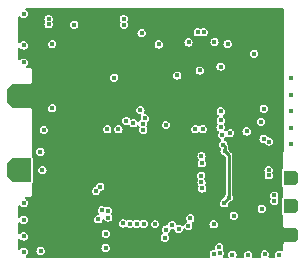
<source format=gbr>
%TF.GenerationSoftware,KiCad,Pcbnew,8.0.5*%
%TF.CreationDate,2024-10-22T15:36:18+02:00*%
%TF.ProjectId,cansatperso,63616e73-6174-4706-9572-736f2e6b6963,rev?*%
%TF.SameCoordinates,Original*%
%TF.FileFunction,Copper,L5,Inr*%
%TF.FilePolarity,Positive*%
%FSLAX46Y46*%
G04 Gerber Fmt 4.6, Leading zero omitted, Abs format (unit mm)*
G04 Created by KiCad (PCBNEW 8.0.5) date 2024-10-22 15:36:18*
%MOMM*%
%LPD*%
G01*
G04 APERTURE LIST*
G04 Aperture macros list*
%AMOutline5P*
0 Free polygon, 5 corners , with rotation*
0 The origin of the aperture is its center*
0 number of corners: always 5*
0 $1 to $10 corner X, Y*
0 $11 Rotation angle, in degrees counterclockwise*
0 create outline with 5 corners*
4,1,5,$1,$2,$3,$4,$5,$6,$7,$8,$9,$10,$1,$2,$11*%
%AMOutline6P*
0 Free polygon, 6 corners , with rotation*
0 The origin of the aperture is its center*
0 number of corners: always 6*
0 $1 to $12 corner X, Y*
0 $13 Rotation angle, in degrees counterclockwise*
0 create outline with 6 corners*
4,1,6,$1,$2,$3,$4,$5,$6,$7,$8,$9,$10,$11,$12,$1,$2,$13*%
%AMOutline7P*
0 Free polygon, 7 corners , with rotation*
0 The origin of the aperture is its center*
0 number of corners: always 7*
0 $1 to $14 corner X, Y*
0 $15 Rotation angle, in degrees counterclockwise*
0 create outline with 7 corners*
4,1,7,$1,$2,$3,$4,$5,$6,$7,$8,$9,$10,$11,$12,$13,$14,$1,$2,$15*%
%AMOutline8P*
0 Free polygon, 8 corners , with rotation*
0 The origin of the aperture is its center*
0 number of corners: always 8*
0 $1 to $16 corner X, Y*
0 $17 Rotation angle, in degrees counterclockwise*
0 create outline with 8 corners*
4,1,8,$1,$2,$3,$4,$5,$6,$7,$8,$9,$10,$11,$12,$13,$14,$15,$16,$1,$2,$17*%
%AMFreePoly0*
4,1,8,1.000000,0.600000,1.000000,-1.000000,0.000000,-1.000000,-1.000000,-1.000000,-1.000000,0.600000,-0.600000,1.000000,0.600000,1.000000,1.000000,0.600000,1.000000,0.600000,$1*%
G04 Aperture macros list end*
%TA.AperFunction,ComponentPad*%
%ADD10Outline6P,-0.600000X0.360000X-0.360000X0.600000X0.360000X0.600000X0.600000X0.360000X0.600000X-0.600000X-0.600000X-0.600000X270.000000*%
%TD*%
%TA.AperFunction,ComponentPad*%
%ADD11FreePoly0,90.000000*%
%TD*%
%TA.AperFunction,ViaPad*%
%ADD12C,0.400000*%
%TD*%
%TA.AperFunction,Conductor*%
%ADD13C,0.250000*%
%TD*%
G04 APERTURE END LIST*
D10*
%TO.N,TIM3_CHI_PWM4*%
%TO.C,REF\u002A\u002A2*%
X195660000Y-87340000D03*
%TD*%
D11*
%TO.N,GND*%
%TO.C,*%
X172680000Y-80400000D03*
%TD*%
D10*
%TO.N,+5V*%
%TO.C,REF\u002A\u002A1*%
X195660000Y-89740000D03*
%TD*%
%TO.N,GND*%
%TO.C,REF\u002A\u002A*%
X195660000Y-92190000D03*
%TD*%
D11*
%TO.N,BAT+*%
%TO.C,REF\u002A\u002A*%
X172675000Y-86705000D03*
%TD*%
D12*
%TO.N,GND*%
X189020000Y-78290000D03*
X186860000Y-77390000D03*
X186880000Y-77930000D03*
X176360000Y-93120000D03*
X176050000Y-79740000D03*
X184730000Y-85210000D03*
X176140000Y-82470000D03*
X194760000Y-76690000D03*
X195710000Y-81720000D03*
X192250000Y-88020000D03*
X182160000Y-85940000D03*
X188060000Y-80840000D03*
X191100000Y-73300000D03*
X174140000Y-76740000D03*
X182600000Y-73300000D03*
X189650000Y-79120000D03*
X190880000Y-79060000D03*
X175390000Y-93170000D03*
X194680000Y-91940000D03*
X180900000Y-73300000D03*
X185500000Y-89530000D03*
X183680000Y-78680000D03*
X178400000Y-90820000D03*
X173080000Y-74720000D03*
X186810000Y-92670000D03*
X182750000Y-85180000D03*
X194760000Y-85190000D03*
X186380000Y-89540000D03*
X183870000Y-86560000D03*
X185770000Y-86240000D03*
X177800000Y-79760000D03*
X175330000Y-93790000D03*
X182730000Y-75760000D03*
X179340000Y-84110000D03*
X191820000Y-87500000D03*
X192290000Y-91270000D03*
X177500000Y-73300000D03*
X188800000Y-87800000D03*
X174340000Y-78550000D03*
X183840000Y-85180000D03*
X179390000Y-79780000D03*
X175330000Y-92590000D03*
X183670000Y-77690000D03*
X187970000Y-90257500D03*
X178860000Y-92680000D03*
X187700000Y-73300000D03*
X184670000Y-89530000D03*
X184040000Y-93547500D03*
X182700000Y-93770000D03*
X194580000Y-91267500D03*
X189400000Y-73300000D03*
X174340000Y-80170000D03*
X178930000Y-93810000D03*
X189690000Y-80400000D03*
X182750000Y-86610000D03*
X179200000Y-73300000D03*
X181370000Y-87230000D03*
X192770000Y-77880000D03*
X178130000Y-84070000D03*
X181450000Y-79430000D03*
X192420000Y-91820000D03*
%TO.N,+3.3V*%
X187000000Y-91430000D03*
%TO.N,GND*%
X174400000Y-90095000D03*
X183600000Y-79750000D03*
X191330000Y-77620000D03*
X185670000Y-85170000D03*
X181840000Y-86720000D03*
X194760000Y-80090000D03*
X181000000Y-93770000D03*
X177480000Y-92630000D03*
X184300000Y-73300000D03*
X177600000Y-93770000D03*
X186000000Y-73300000D03*
X188010000Y-79360000D03*
X192600000Y-87500000D03*
%TO.N,+3.3V*%
X193380000Y-84040000D03*
X190050000Y-89495521D03*
X189750000Y-81710000D03*
X193800000Y-86700000D03*
X189950000Y-84530000D03*
X187800000Y-75020000D03*
X190420521Y-89010521D03*
X190070000Y-85070000D03*
X193830000Y-84270000D03*
X195710000Y-80320000D03*
X173070000Y-76130000D03*
X186180000Y-91660000D03*
X188320000Y-75010000D03*
X185110000Y-91730000D03*
X181090000Y-83220000D03*
X192570000Y-76830000D03*
X183050000Y-75090000D03*
X193816587Y-87131306D03*
X181740000Y-82530000D03*
X193150000Y-82610000D03*
X185020000Y-92422500D03*
X180140000Y-83220000D03*
%TO.N,NRST*%
X173080000Y-93590000D03*
X179380000Y-90850660D03*
%TO.N,USART3_RX*%
X180000000Y-93270000D03*
X182345000Y-82715000D03*
%TO.N,SDDETECT*%
X193396250Y-81483750D03*
X184190000Y-91260000D03*
%TO.N,VIN*%
X175470000Y-81450000D03*
X182950430Y-81600789D03*
X174480000Y-85147500D03*
%TO.N,+5V*%
X177340000Y-74380000D03*
X189147500Y-91280000D03*
X193490000Y-93810000D03*
X181560000Y-74390000D03*
X173070000Y-73460000D03*
X181541494Y-73890340D03*
X175170000Y-73890000D03*
X175170000Y-74330000D03*
X194280000Y-88840000D03*
X194280000Y-89310000D03*
X195710000Y-78920000D03*
%TO.N,ADC1_IN3_VBAT*%
X174770000Y-83300000D03*
X179180000Y-88470000D03*
%TO.N,ADC1_IN2_CURR*%
X180720000Y-78872500D03*
X179541191Y-88089171D03*
%TO.N,I2C3_SDA_ACCEL*%
X185110000Y-82870000D03*
X195710000Y-83120000D03*
X189860000Y-83705000D03*
%TO.N,I2C3_SCL_ACCEL*%
X188090000Y-87150000D03*
X191937000Y-83410000D03*
X195710000Y-84520000D03*
%TO.N,3.3VEN*%
X189655249Y-93721215D03*
X189160000Y-93790000D03*
X189740000Y-77920000D03*
X190530166Y-83559834D03*
X189610000Y-93200000D03*
%TO.N,SPI1_CS_SD*%
X182650000Y-91240000D03*
X190330000Y-76010000D03*
%TO.N,SPI1_MISO_SD*%
X181480000Y-91210000D03*
X184510000Y-76050000D03*
%TO.N,SPI1_SCK_SD*%
X180225170Y-90704168D03*
X187020000Y-75880000D03*
%TO.N,SPI1_MOSI_SD*%
X189220000Y-75840000D03*
X182060000Y-91220000D03*
%TO.N,USART1_RX_GPS*%
X189730000Y-83060000D03*
X183132230Y-82772331D03*
%TO.N,USART1_TX_GPS*%
X183185000Y-83269541D03*
X189760000Y-82490000D03*
%TO.N,LPUART1_RX_RADIO*%
X186065000Y-78680000D03*
X179690000Y-90100000D03*
%TO.N,LPUART1_TX_RADIO*%
X187160000Y-90760000D03*
X187976943Y-78256943D03*
%TO.N,GPIO_EXTI1*%
X173070000Y-77580000D03*
X183230000Y-91230000D03*
%TO.N,SWO*%
X183310000Y-82305000D03*
X173090000Y-89490000D03*
%TO.N,SWDIO*%
X188230000Y-83220000D03*
X173070000Y-92300000D03*
%TO.N,SWCLK{slash}I2C1_SDA*%
X173070000Y-90900000D03*
X187585000Y-83220000D03*
%TO.N,TIM3_CHI_PWM4*%
X188120000Y-87730000D03*
%TO.N,USART3_TX*%
X185620000Y-91330000D03*
X180020000Y-92060000D03*
%TO.N,D+*%
X193220000Y-89955000D03*
X188120000Y-85490000D03*
%TO.N,D-*%
X190860000Y-90540000D03*
X188150000Y-86110000D03*
%TO.N,BAT+*%
X174650000Y-86680000D03*
X175470000Y-76026000D03*
%TO.N,PWEN*%
X188180000Y-88240000D03*
X194690000Y-93860000D03*
%TO.N,USBD+*%
X192060000Y-93870000D03*
%TO.N,USBD-*%
X190740000Y-93860000D03*
%TO.N,ADC2_IN17*%
X180190000Y-90150000D03*
X174500000Y-93530000D03*
%TD*%
D13*
%TO.N,+3.3V*%
X190440000Y-85440000D02*
X190070000Y-85070000D01*
X189950000Y-84530000D02*
X190070000Y-84650000D01*
X190050000Y-89381042D02*
X190420521Y-89010521D01*
X190050000Y-89495521D02*
X190050000Y-89381042D01*
X190070000Y-84650000D02*
X190070000Y-85070000D01*
X190440000Y-88991042D02*
X190440000Y-85440000D01*
X190420521Y-89010521D02*
X190440000Y-88991042D01*
%TD*%
%TA.AperFunction,Conductor*%
%TO.N,GND*%
G36*
X195012539Y-72960185D02*
G01*
X195058294Y-73012989D01*
X195069500Y-73064500D01*
X195069500Y-78249992D01*
X195084799Y-78286928D01*
X195108511Y-78310640D01*
X195141996Y-78371963D01*
X195144830Y-78398437D01*
X195138675Y-84967948D01*
X195118928Y-85034969D01*
X195102359Y-85055511D01*
X195074799Y-85083072D01*
X195059500Y-85120007D01*
X195059500Y-86493051D01*
X195039815Y-86560090D01*
X195004391Y-86596153D01*
X194951495Y-86631496D01*
X194918234Y-86681275D01*
X194918231Y-86681282D01*
X194909500Y-86725177D01*
X194909500Y-86725180D01*
X194909500Y-87954820D01*
X194909500Y-87954822D01*
X194909499Y-87954822D01*
X194918231Y-87998717D01*
X194918234Y-87998724D01*
X194951494Y-88048502D01*
X194951495Y-88048502D01*
X194951496Y-88048504D01*
X195001278Y-88081767D01*
X195001280Y-88081767D01*
X195004390Y-88083845D01*
X195049195Y-88137457D01*
X195059500Y-88186948D01*
X195059500Y-88893051D01*
X195039815Y-88960090D01*
X195004391Y-88996153D01*
X194951495Y-89031496D01*
X194918234Y-89081275D01*
X194918231Y-89081282D01*
X194909500Y-89125177D01*
X194909500Y-89125180D01*
X194909500Y-90354820D01*
X194909500Y-90354822D01*
X194909499Y-90354822D01*
X194918231Y-90398717D01*
X194918234Y-90398724D01*
X194951494Y-90448502D01*
X194951495Y-90448502D01*
X194951496Y-90448504D01*
X195001278Y-90481767D01*
X195001280Y-90481767D01*
X195004390Y-90483845D01*
X195049195Y-90537457D01*
X195059500Y-90586948D01*
X195059500Y-91469992D01*
X195074799Y-91506928D01*
X195096128Y-91528257D01*
X195129613Y-91589580D01*
X195132447Y-91616054D01*
X195131362Y-92775261D01*
X195111615Y-92842282D01*
X195095046Y-92862823D01*
X195074800Y-92883069D01*
X195074799Y-92883071D01*
X195059500Y-92920007D01*
X195059500Y-93452545D01*
X195039815Y-93519584D01*
X194987011Y-93565339D01*
X194917853Y-93575283D01*
X194879206Y-93563030D01*
X194799658Y-93522498D01*
X194690002Y-93505131D01*
X194689998Y-93505131D01*
X194580341Y-93522498D01*
X194481414Y-93572904D01*
X194481407Y-93572909D01*
X194402909Y-93651407D01*
X194402904Y-93651414D01*
X194352498Y-93750341D01*
X194335131Y-93859997D01*
X194335131Y-93860002D01*
X194352499Y-93969659D01*
X194355514Y-93978937D01*
X194353688Y-93979530D01*
X194364342Y-94036262D01*
X194338065Y-94101002D01*
X194280958Y-94141258D01*
X194240743Y-94147886D01*
X193913637Y-94147312D01*
X193846633Y-94127510D01*
X193800970Y-94074625D01*
X193791148Y-94005450D01*
X193803368Y-93967022D01*
X193827500Y-93919661D01*
X193833011Y-93884869D01*
X193844869Y-93810002D01*
X193844869Y-93809997D01*
X193827501Y-93700341D01*
X193827153Y-93699658D01*
X193777095Y-93601413D01*
X193777092Y-93601410D01*
X193777090Y-93601407D01*
X193698592Y-93522909D01*
X193698588Y-93522906D01*
X193698587Y-93522905D01*
X193678417Y-93512628D01*
X193599658Y-93472498D01*
X193490002Y-93455131D01*
X193489998Y-93455131D01*
X193380341Y-93472498D01*
X193281414Y-93522904D01*
X193281407Y-93522909D01*
X193202909Y-93601407D01*
X193202904Y-93601414D01*
X193152498Y-93700341D01*
X193135131Y-93809997D01*
X193135131Y-93810002D01*
X193152498Y-93919658D01*
X193175871Y-93965530D01*
X193188767Y-94034200D01*
X193162490Y-94098940D01*
X193105383Y-94139196D01*
X193065168Y-94145824D01*
X192514277Y-94144857D01*
X192447273Y-94125055D01*
X192401610Y-94072170D01*
X192391788Y-94002995D01*
X192396568Y-93982527D01*
X192397496Y-93979667D01*
X192397500Y-93979661D01*
X192412837Y-93882828D01*
X192414869Y-93870002D01*
X192414869Y-93869997D01*
X192397501Y-93760341D01*
X192377564Y-93721212D01*
X192347095Y-93661413D01*
X192347092Y-93661410D01*
X192347090Y-93661407D01*
X192268592Y-93582909D01*
X192268588Y-93582906D01*
X192268587Y-93582905D01*
X192217922Y-93557090D01*
X192169658Y-93532498D01*
X192060002Y-93515131D01*
X192059998Y-93515131D01*
X191950341Y-93532498D01*
X191851414Y-93582904D01*
X191851407Y-93582909D01*
X191772909Y-93661407D01*
X191772904Y-93661414D01*
X191722498Y-93760341D01*
X191705131Y-93869997D01*
X191705131Y-93870002D01*
X191722499Y-93979662D01*
X191722916Y-93980944D01*
X191722962Y-93982588D01*
X191724026Y-93989300D01*
X191723158Y-93989437D01*
X191724911Y-94050785D01*
X191688830Y-94110618D01*
X191626128Y-94141445D01*
X191604767Y-94143261D01*
X191191546Y-94142536D01*
X191124542Y-94122734D01*
X191078879Y-94069849D01*
X191069057Y-94000674D01*
X191075836Y-93979375D01*
X191074486Y-93978937D01*
X191077498Y-93969664D01*
X191077500Y-93969661D01*
X191091191Y-93883223D01*
X191094869Y-93860002D01*
X191094869Y-93859997D01*
X191077501Y-93750341D01*
X191041833Y-93680339D01*
X191027095Y-93651413D01*
X191027092Y-93651410D01*
X191027090Y-93651407D01*
X190948592Y-93572909D01*
X190948588Y-93572906D01*
X190948587Y-93572905D01*
X190917548Y-93557090D01*
X190849658Y-93522498D01*
X190740002Y-93505131D01*
X190739998Y-93505131D01*
X190630341Y-93522498D01*
X190531414Y-93572904D01*
X190531407Y-93572909D01*
X190452909Y-93651407D01*
X190452904Y-93651414D01*
X190402498Y-93750341D01*
X190385131Y-93859997D01*
X190385131Y-93860002D01*
X190402498Y-93969657D01*
X190405414Y-93978629D01*
X190407411Y-94048470D01*
X190371332Y-94108304D01*
X190308632Y-94139133D01*
X190287266Y-94140950D01*
X190030790Y-94140500D01*
X189963786Y-94120698D01*
X189918123Y-94067813D01*
X189908301Y-93998638D01*
X189937438Y-93935133D01*
X189942110Y-93930123D01*
X189942338Y-93929807D01*
X189942344Y-93929802D01*
X189992749Y-93830876D01*
X189992749Y-93830874D01*
X189992750Y-93830873D01*
X190010118Y-93721217D01*
X190010118Y-93721212D01*
X189992750Y-93611556D01*
X189974268Y-93575283D01*
X189942344Y-93512628D01*
X189942341Y-93512625D01*
X189942339Y-93512622D01*
X189940954Y-93511237D01*
X189939807Y-93509136D01*
X189936605Y-93504729D01*
X189937174Y-93504315D01*
X189907469Y-93449914D01*
X189912453Y-93380222D01*
X189918147Y-93367268D01*
X189947500Y-93309661D01*
X189964869Y-93200000D01*
X189964869Y-93199997D01*
X189947501Y-93090341D01*
X189932762Y-93061414D01*
X189897095Y-92991413D01*
X189897092Y-92991410D01*
X189897090Y-92991407D01*
X189818592Y-92912909D01*
X189818588Y-92912906D01*
X189818587Y-92912905D01*
X189814743Y-92910946D01*
X189719658Y-92862498D01*
X189610002Y-92845131D01*
X189609998Y-92845131D01*
X189500341Y-92862498D01*
X189401414Y-92912904D01*
X189401407Y-92912909D01*
X189322909Y-92991407D01*
X189322904Y-92991414D01*
X189272498Y-93090341D01*
X189255131Y-93199997D01*
X189255131Y-93200003D01*
X189269734Y-93292205D01*
X189260779Y-93361498D01*
X189215783Y-93414950D01*
X189166660Y-93434075D01*
X189050341Y-93452499D01*
X188951414Y-93502904D01*
X188951407Y-93502909D01*
X188872909Y-93581407D01*
X188872904Y-93581414D01*
X188822498Y-93680341D01*
X188805131Y-93789997D01*
X188805131Y-93790002D01*
X188822498Y-93899656D01*
X188822499Y-93899659D01*
X188822500Y-93899661D01*
X188852197Y-93957946D01*
X188865093Y-94026612D01*
X188838817Y-94091353D01*
X188781710Y-94131610D01*
X188741494Y-94138238D01*
X174631923Y-94113485D01*
X174564919Y-94093683D01*
X174519256Y-94040799D01*
X174509434Y-93971623D01*
X174538571Y-93908118D01*
X174597415Y-93870447D01*
X174607653Y-93868152D01*
X174609657Y-93867501D01*
X174609658Y-93867500D01*
X174609661Y-93867500D01*
X174708587Y-93817095D01*
X174787095Y-93738587D01*
X174837500Y-93639661D01*
X174837500Y-93639659D01*
X174837501Y-93639658D01*
X174854869Y-93530002D01*
X174854869Y-93529997D01*
X174837501Y-93420341D01*
X174817059Y-93380222D01*
X174787095Y-93321413D01*
X174787092Y-93321410D01*
X174787090Y-93321407D01*
X174735680Y-93269997D01*
X179645131Y-93269997D01*
X179645131Y-93270002D01*
X179662498Y-93379658D01*
X179712904Y-93478585D01*
X179712909Y-93478592D01*
X179791407Y-93557090D01*
X179791410Y-93557092D01*
X179791413Y-93557095D01*
X179890339Y-93607500D01*
X179890341Y-93607501D01*
X179999998Y-93624869D01*
X180000000Y-93624869D01*
X180000002Y-93624869D01*
X180109658Y-93607501D01*
X180109659Y-93607500D01*
X180109661Y-93607500D01*
X180208587Y-93557095D01*
X180287095Y-93478587D01*
X180337500Y-93379661D01*
X180337500Y-93379659D01*
X180337501Y-93379658D01*
X180354869Y-93270002D01*
X180354869Y-93269997D01*
X180337501Y-93160341D01*
X180301833Y-93090339D01*
X180287095Y-93061413D01*
X180287092Y-93061410D01*
X180287090Y-93061407D01*
X180208592Y-92982909D01*
X180208588Y-92982906D01*
X180208587Y-92982905D01*
X180204743Y-92980946D01*
X180109658Y-92932498D01*
X180000002Y-92915131D01*
X179999998Y-92915131D01*
X179890341Y-92932498D01*
X179791414Y-92982904D01*
X179791407Y-92982909D01*
X179712909Y-93061407D01*
X179712904Y-93061414D01*
X179662498Y-93160341D01*
X179645131Y-93269997D01*
X174735680Y-93269997D01*
X174708592Y-93242909D01*
X174708588Y-93242906D01*
X174708587Y-93242905D01*
X174624381Y-93200000D01*
X174609658Y-93192498D01*
X174500002Y-93175131D01*
X174499998Y-93175131D01*
X174390341Y-93192498D01*
X174291414Y-93242904D01*
X174291407Y-93242909D01*
X174212909Y-93321407D01*
X174212904Y-93321414D01*
X174162498Y-93420341D01*
X174145131Y-93529997D01*
X174145131Y-93530002D01*
X174162498Y-93639658D01*
X174212904Y-93738585D01*
X174212909Y-93738592D01*
X174291407Y-93817090D01*
X174291410Y-93817092D01*
X174291413Y-93817095D01*
X174390339Y-93867500D01*
X174390340Y-93867500D01*
X174390342Y-93867501D01*
X174399625Y-93870518D01*
X174398697Y-93873372D01*
X174447417Y-93896460D01*
X174484357Y-93955766D01*
X174483370Y-94025629D01*
X174444768Y-94083867D01*
X174380809Y-94111991D01*
X174364680Y-94113016D01*
X173345352Y-94111228D01*
X173278348Y-94091426D01*
X173232685Y-94038542D01*
X173222863Y-93969366D01*
X173252000Y-93905861D01*
X173280982Y-93883223D01*
X173280695Y-93882828D01*
X173288580Y-93877098D01*
X173288587Y-93877095D01*
X173367095Y-93798587D01*
X173417500Y-93699661D01*
X173417500Y-93699659D01*
X173417501Y-93699658D01*
X173434869Y-93590002D01*
X173434869Y-93589997D01*
X173417501Y-93480341D01*
X173401998Y-93449914D01*
X173367095Y-93381413D01*
X173367092Y-93381410D01*
X173367090Y-93381407D01*
X173288592Y-93302909D01*
X173288588Y-93302906D01*
X173288587Y-93302905D01*
X173224007Y-93270000D01*
X173189658Y-93252498D01*
X173080002Y-93235131D01*
X173079998Y-93235131D01*
X172970341Y-93252498D01*
X172871414Y-93302904D01*
X172871407Y-93302909D01*
X172786004Y-93388313D01*
X172784458Y-93386767D01*
X172739489Y-93421445D01*
X172669876Y-93427424D01*
X172608080Y-93394819D01*
X172573723Y-93333981D01*
X172570500Y-93305894D01*
X172570500Y-92595545D01*
X172590185Y-92528506D01*
X172642989Y-92482751D01*
X172712147Y-92472807D01*
X172775703Y-92501832D01*
X172782181Y-92507864D01*
X172861407Y-92587090D01*
X172861410Y-92587092D01*
X172861413Y-92587095D01*
X172947749Y-92631085D01*
X172960341Y-92637501D01*
X173069998Y-92654869D01*
X173070000Y-92654869D01*
X173070002Y-92654869D01*
X173179658Y-92637501D01*
X173179659Y-92637500D01*
X173179661Y-92637500D01*
X173278587Y-92587095D01*
X173357095Y-92508587D01*
X173400960Y-92422497D01*
X184665131Y-92422497D01*
X184665131Y-92422502D01*
X184682498Y-92532158D01*
X184732904Y-92631085D01*
X184732909Y-92631092D01*
X184811407Y-92709590D01*
X184811410Y-92709592D01*
X184811413Y-92709595D01*
X184910339Y-92760000D01*
X184910341Y-92760001D01*
X185019998Y-92777369D01*
X185020000Y-92777369D01*
X185020002Y-92777369D01*
X185129658Y-92760001D01*
X185129659Y-92760000D01*
X185129661Y-92760000D01*
X185228587Y-92709595D01*
X185307095Y-92631087D01*
X185357500Y-92532161D01*
X185357500Y-92532159D01*
X185357501Y-92532158D01*
X185374869Y-92422502D01*
X185374869Y-92422497D01*
X185357501Y-92312841D01*
X185334955Y-92268592D01*
X185307095Y-92213913D01*
X185307092Y-92213910D01*
X185307090Y-92213907D01*
X185300597Y-92207414D01*
X185267112Y-92146091D01*
X185272096Y-92076399D01*
X185313968Y-92020466D01*
X185315401Y-92019409D01*
X185318580Y-92017098D01*
X185318587Y-92017095D01*
X185397095Y-91938587D01*
X185447500Y-91839661D01*
X185456240Y-91784475D01*
X185486168Y-91721344D01*
X185545479Y-91684412D01*
X185598111Y-91681402D01*
X185620000Y-91684869D01*
X185620000Y-91684868D01*
X185620001Y-91684869D01*
X185620002Y-91684869D01*
X185701480Y-91671964D01*
X185770773Y-91680918D01*
X185824225Y-91725915D01*
X185837849Y-91760905D01*
X185839482Y-91760375D01*
X185842498Y-91769657D01*
X185892904Y-91868585D01*
X185892909Y-91868592D01*
X185971407Y-91947090D01*
X185971410Y-91947092D01*
X185971413Y-91947095D01*
X186070339Y-91997500D01*
X186070341Y-91997501D01*
X186179998Y-92014869D01*
X186180000Y-92014869D01*
X186180002Y-92014869D01*
X186289658Y-91997501D01*
X186289659Y-91997500D01*
X186289661Y-91997500D01*
X186388587Y-91947095D01*
X186467095Y-91868587D01*
X186517500Y-91769661D01*
X186517842Y-91767501D01*
X186524069Y-91728190D01*
X186553998Y-91665055D01*
X186613309Y-91628123D01*
X186683172Y-91629121D01*
X186734223Y-91659906D01*
X186791407Y-91717090D01*
X186791410Y-91717092D01*
X186791413Y-91717095D01*
X186816741Y-91730000D01*
X186890341Y-91767501D01*
X186999998Y-91784869D01*
X187000000Y-91784869D01*
X187000002Y-91784869D01*
X187109658Y-91767501D01*
X187109659Y-91767500D01*
X187109661Y-91767500D01*
X187208587Y-91717095D01*
X187287095Y-91638587D01*
X187337500Y-91539661D01*
X187337500Y-91539659D01*
X187337501Y-91539658D01*
X187354869Y-91430002D01*
X187354869Y-91429997D01*
X187337501Y-91320341D01*
X187316945Y-91279997D01*
X188792631Y-91279997D01*
X188792631Y-91280002D01*
X188809998Y-91389658D01*
X188860404Y-91488585D01*
X188860409Y-91488592D01*
X188938907Y-91567090D01*
X188938910Y-91567092D01*
X188938913Y-91567095D01*
X189032675Y-91614869D01*
X189037841Y-91617501D01*
X189147498Y-91634869D01*
X189147500Y-91634869D01*
X189147502Y-91634869D01*
X189257158Y-91617501D01*
X189257159Y-91617500D01*
X189257161Y-91617500D01*
X189356087Y-91567095D01*
X189434595Y-91488587D01*
X189485000Y-91389661D01*
X189485000Y-91389659D01*
X189485001Y-91389658D01*
X189502369Y-91280002D01*
X189502369Y-91279997D01*
X189485001Y-91170341D01*
X189478612Y-91157802D01*
X189434595Y-91071413D01*
X189434592Y-91071410D01*
X189434590Y-91071407D01*
X189356092Y-90992909D01*
X189356088Y-90992906D01*
X189356087Y-90992905D01*
X189352243Y-90990946D01*
X189257158Y-90942498D01*
X189147502Y-90925131D01*
X189147498Y-90925131D01*
X189037841Y-90942498D01*
X188938914Y-90992904D01*
X188938907Y-90992909D01*
X188860409Y-91071407D01*
X188860404Y-91071414D01*
X188809998Y-91170341D01*
X188792631Y-91279997D01*
X187316945Y-91279997D01*
X187306754Y-91259997D01*
X187289671Y-91226470D01*
X187276776Y-91157802D01*
X187303053Y-91093062D01*
X187343861Y-91059693D01*
X187368587Y-91047095D01*
X187447095Y-90968587D01*
X187497500Y-90869661D01*
X187497500Y-90869659D01*
X187497501Y-90869658D01*
X187514869Y-90760002D01*
X187514869Y-90759997D01*
X187497501Y-90650341D01*
X187478628Y-90613301D01*
X187447095Y-90551413D01*
X187447092Y-90551410D01*
X187447090Y-90551407D01*
X187435680Y-90539997D01*
X190505131Y-90539997D01*
X190505131Y-90540002D01*
X190522498Y-90649658D01*
X190572904Y-90748585D01*
X190572909Y-90748592D01*
X190651407Y-90827090D01*
X190651410Y-90827092D01*
X190651413Y-90827095D01*
X190730980Y-90867636D01*
X190750341Y-90877501D01*
X190859998Y-90894869D01*
X190860000Y-90894869D01*
X190860002Y-90894869D01*
X190969658Y-90877501D01*
X190969659Y-90877500D01*
X190969661Y-90877500D01*
X191068587Y-90827095D01*
X191147095Y-90748587D01*
X191197500Y-90649661D01*
X191197500Y-90649659D01*
X191197501Y-90649658D01*
X191214869Y-90540002D01*
X191214869Y-90539997D01*
X191197501Y-90430341D01*
X191161013Y-90358729D01*
X191147095Y-90331413D01*
X191147092Y-90331410D01*
X191147090Y-90331407D01*
X191068592Y-90252909D01*
X191068588Y-90252906D01*
X191068587Y-90252905D01*
X190997980Y-90216929D01*
X190969658Y-90202498D01*
X190860002Y-90185131D01*
X190859998Y-90185131D01*
X190750341Y-90202498D01*
X190651414Y-90252904D01*
X190651407Y-90252909D01*
X190572909Y-90331407D01*
X190572904Y-90331414D01*
X190522498Y-90430341D01*
X190505131Y-90539997D01*
X187435680Y-90539997D01*
X187368592Y-90472909D01*
X187368588Y-90472906D01*
X187368587Y-90472905D01*
X187320697Y-90448504D01*
X187269658Y-90422498D01*
X187160002Y-90405131D01*
X187159998Y-90405131D01*
X187050341Y-90422498D01*
X186951414Y-90472904D01*
X186951407Y-90472909D01*
X186872909Y-90551407D01*
X186872904Y-90551414D01*
X186822498Y-90650341D01*
X186805131Y-90759997D01*
X186805131Y-90760002D01*
X186822498Y-90869658D01*
X186870327Y-90963528D01*
X186883223Y-91032197D01*
X186856946Y-91096938D01*
X186816140Y-91130305D01*
X186791415Y-91142903D01*
X186791407Y-91142909D01*
X186712909Y-91221407D01*
X186712904Y-91221414D01*
X186662499Y-91320341D01*
X186655930Y-91361812D01*
X186625999Y-91424946D01*
X186566687Y-91461876D01*
X186496825Y-91460877D01*
X186445776Y-91430093D01*
X186388592Y-91372909D01*
X186388588Y-91372906D01*
X186388587Y-91372905D01*
X186323336Y-91339658D01*
X186289658Y-91322498D01*
X186180002Y-91305131D01*
X186180000Y-91305131D01*
X186156490Y-91308854D01*
X186098518Y-91318036D01*
X186029224Y-91309080D01*
X185975773Y-91264083D01*
X185962153Y-91229093D01*
X185960518Y-91229625D01*
X185957501Y-91220342D01*
X185957500Y-91220340D01*
X185957500Y-91220339D01*
X185907095Y-91121413D01*
X185907092Y-91121410D01*
X185907090Y-91121407D01*
X185828592Y-91042909D01*
X185828588Y-91042906D01*
X185828587Y-91042905D01*
X185824743Y-91040946D01*
X185729658Y-90992498D01*
X185620002Y-90975131D01*
X185619998Y-90975131D01*
X185510341Y-90992498D01*
X185411414Y-91042904D01*
X185411407Y-91042909D01*
X185332909Y-91121407D01*
X185332904Y-91121414D01*
X185282498Y-91220341D01*
X185273759Y-91275522D01*
X185243830Y-91338657D01*
X185184518Y-91375588D01*
X185131890Y-91378598D01*
X185112885Y-91375588D01*
X185110000Y-91375131D01*
X185109999Y-91375131D01*
X185109998Y-91375131D01*
X185000341Y-91392498D01*
X184901414Y-91442904D01*
X184901407Y-91442909D01*
X184822909Y-91521407D01*
X184822904Y-91521414D01*
X184772498Y-91620341D01*
X184755131Y-91729997D01*
X184755131Y-91730002D01*
X184772498Y-91839658D01*
X184822904Y-91938585D01*
X184822909Y-91938592D01*
X184829402Y-91945085D01*
X184862887Y-92006408D01*
X184857903Y-92076100D01*
X184816031Y-92132033D01*
X184814609Y-92133083D01*
X184811408Y-92135408D01*
X184732909Y-92213907D01*
X184732904Y-92213914D01*
X184682498Y-92312841D01*
X184665131Y-92422497D01*
X173400960Y-92422497D01*
X173407500Y-92409661D01*
X173407500Y-92409659D01*
X173407501Y-92409658D01*
X173424869Y-92300002D01*
X173424869Y-92299997D01*
X173407501Y-92190341D01*
X173396964Y-92169661D01*
X173357095Y-92091413D01*
X173357092Y-92091410D01*
X173357090Y-92091407D01*
X173325680Y-92059997D01*
X179665131Y-92059997D01*
X179665131Y-92060002D01*
X179682498Y-92169658D01*
X179732904Y-92268585D01*
X179732909Y-92268592D01*
X179811407Y-92347090D01*
X179811410Y-92347092D01*
X179811413Y-92347095D01*
X179910339Y-92397500D01*
X179910341Y-92397501D01*
X180019998Y-92414869D01*
X180020000Y-92414869D01*
X180020002Y-92414869D01*
X180129658Y-92397501D01*
X180129659Y-92397500D01*
X180129661Y-92397500D01*
X180228587Y-92347095D01*
X180307095Y-92268587D01*
X180357500Y-92169661D01*
X180357500Y-92169659D01*
X180357501Y-92169658D01*
X180374869Y-92060002D01*
X180374869Y-92059997D01*
X180357501Y-91950341D01*
X180315848Y-91868592D01*
X180307095Y-91851413D01*
X180307092Y-91851410D01*
X180307090Y-91851407D01*
X180228592Y-91772909D01*
X180228588Y-91772906D01*
X180228587Y-91772905D01*
X180205036Y-91760905D01*
X180129658Y-91722498D01*
X180020002Y-91705131D01*
X180019998Y-91705131D01*
X179910341Y-91722498D01*
X179811414Y-91772904D01*
X179811407Y-91772909D01*
X179732909Y-91851407D01*
X179732904Y-91851414D01*
X179682498Y-91950341D01*
X179665131Y-92059997D01*
X173325680Y-92059997D01*
X173278592Y-92012909D01*
X173278588Y-92012906D01*
X173278587Y-92012905D01*
X173248353Y-91997500D01*
X173179658Y-91962498D01*
X173070002Y-91945131D01*
X173069998Y-91945131D01*
X172960341Y-91962498D01*
X172861414Y-92012904D01*
X172861407Y-92012909D01*
X172782181Y-92092136D01*
X172720858Y-92125621D01*
X172651166Y-92120637D01*
X172595233Y-92078765D01*
X172570816Y-92013301D01*
X172570500Y-92004455D01*
X172570500Y-91195545D01*
X172590185Y-91128506D01*
X172642989Y-91082751D01*
X172712147Y-91072807D01*
X172775703Y-91101832D01*
X172782181Y-91107864D01*
X172861407Y-91187090D01*
X172861410Y-91187092D01*
X172861413Y-91187095D01*
X172945623Y-91230002D01*
X172960341Y-91237501D01*
X173069998Y-91254869D01*
X173070000Y-91254869D01*
X173070002Y-91254869D01*
X173179658Y-91237501D01*
X173179659Y-91237500D01*
X173179661Y-91237500D01*
X173233639Y-91209997D01*
X181125131Y-91209997D01*
X181125131Y-91210002D01*
X181142498Y-91319658D01*
X181192904Y-91418585D01*
X181192909Y-91418592D01*
X181271407Y-91497090D01*
X181271410Y-91497092D01*
X181271413Y-91497095D01*
X181346199Y-91535200D01*
X181370341Y-91547501D01*
X181479998Y-91564869D01*
X181480000Y-91564869D01*
X181480002Y-91564869D01*
X181589658Y-91547501D01*
X181589659Y-91547500D01*
X181589661Y-91547500D01*
X181688587Y-91497095D01*
X181688587Y-91497094D01*
X181688590Y-91497093D01*
X181691426Y-91495033D01*
X181695453Y-91493595D01*
X181697283Y-91492664D01*
X181697403Y-91492900D01*
X181757233Y-91471555D01*
X181825286Y-91487382D01*
X181847221Y-91504049D01*
X181851410Y-91507092D01*
X181851413Y-91507095D01*
X181906573Y-91535200D01*
X181950341Y-91557501D01*
X182059998Y-91574869D01*
X182060000Y-91574869D01*
X182060002Y-91574869D01*
X182169658Y-91557501D01*
X182169659Y-91557500D01*
X182169661Y-91557500D01*
X182268587Y-91507095D01*
X182268587Y-91507094D01*
X182268590Y-91507093D01*
X182271426Y-91505033D01*
X182275453Y-91503595D01*
X182277283Y-91502664D01*
X182277403Y-91502900D01*
X182337233Y-91481555D01*
X182405286Y-91497382D01*
X182431989Y-91517672D01*
X182441407Y-91527090D01*
X182441410Y-91527092D01*
X182441413Y-91527095D01*
X182501087Y-91557500D01*
X182540341Y-91577501D01*
X182649998Y-91594869D01*
X182650000Y-91594869D01*
X182650002Y-91594869D01*
X182759658Y-91577501D01*
X182759659Y-91577500D01*
X182759661Y-91577500D01*
X182858587Y-91527095D01*
X182858592Y-91527089D01*
X182866486Y-91521356D01*
X182867365Y-91522566D01*
X182919314Y-91494190D01*
X182989006Y-91499163D01*
X183018575Y-91515033D01*
X183021412Y-91517094D01*
X183021413Y-91517095D01*
X183100713Y-91557500D01*
X183120341Y-91567501D01*
X183229998Y-91584869D01*
X183230000Y-91584869D01*
X183230002Y-91584869D01*
X183339658Y-91567501D01*
X183339659Y-91567500D01*
X183339661Y-91567500D01*
X183438587Y-91517095D01*
X183517095Y-91438587D01*
X183567500Y-91339661D01*
X183567500Y-91339659D01*
X183567501Y-91339658D01*
X183580118Y-91259997D01*
X183835131Y-91259997D01*
X183835131Y-91260002D01*
X183852498Y-91369658D01*
X183902904Y-91468585D01*
X183902909Y-91468592D01*
X183981407Y-91547090D01*
X183981410Y-91547092D01*
X183981413Y-91547095D01*
X184035923Y-91574869D01*
X184080341Y-91597501D01*
X184189998Y-91614869D01*
X184190000Y-91614869D01*
X184190002Y-91614869D01*
X184299658Y-91597501D01*
X184299659Y-91597500D01*
X184299661Y-91597500D01*
X184398587Y-91547095D01*
X184477095Y-91468587D01*
X184527500Y-91369661D01*
X184527500Y-91369659D01*
X184527501Y-91369658D01*
X184544869Y-91260002D01*
X184544869Y-91259997D01*
X184527501Y-91150341D01*
X184517292Y-91130305D01*
X184477095Y-91051413D01*
X184477092Y-91051410D01*
X184477090Y-91051407D01*
X184398592Y-90972909D01*
X184398588Y-90972906D01*
X184398587Y-90972905D01*
X184390112Y-90968587D01*
X184299658Y-90922498D01*
X184190002Y-90905131D01*
X184189998Y-90905131D01*
X184080341Y-90922498D01*
X183981414Y-90972904D01*
X183981407Y-90972909D01*
X183902909Y-91051407D01*
X183902904Y-91051414D01*
X183852498Y-91150341D01*
X183835131Y-91259997D01*
X183580118Y-91259997D01*
X183584869Y-91230002D01*
X183584869Y-91229997D01*
X183567501Y-91120341D01*
X183558070Y-91101832D01*
X183517095Y-91021413D01*
X183517092Y-91021410D01*
X183517090Y-91021407D01*
X183438592Y-90942909D01*
X183438588Y-90942906D01*
X183438587Y-90942905D01*
X183425844Y-90936412D01*
X183339658Y-90892498D01*
X183230002Y-90875131D01*
X183229998Y-90875131D01*
X183120341Y-90892498D01*
X183021414Y-90942904D01*
X183013514Y-90948644D01*
X183012636Y-90947436D01*
X182960657Y-90975814D01*
X182890965Y-90970824D01*
X182861432Y-90954971D01*
X182858590Y-90952907D01*
X182858587Y-90952905D01*
X182799708Y-90922905D01*
X182759658Y-90902498D01*
X182650002Y-90885131D01*
X182649998Y-90885131D01*
X182540341Y-90902498D01*
X182441407Y-90952908D01*
X182438563Y-90954974D01*
X182434529Y-90956412D01*
X182432717Y-90957336D01*
X182432597Y-90957101D01*
X182372753Y-90978445D01*
X182304701Y-90962610D01*
X182278010Y-90942327D01*
X182268592Y-90932909D01*
X182268588Y-90932906D01*
X182268587Y-90932905D01*
X182229040Y-90912755D01*
X182169658Y-90882498D01*
X182060002Y-90865131D01*
X182059998Y-90865131D01*
X181950341Y-90882498D01*
X181851407Y-90932908D01*
X181848563Y-90934974D01*
X181844529Y-90936412D01*
X181842717Y-90937336D01*
X181842597Y-90937101D01*
X181782753Y-90958445D01*
X181714701Y-90942610D01*
X181692774Y-90925947D01*
X181688588Y-90922906D01*
X181688587Y-90922905D01*
X181668676Y-90912760D01*
X181589658Y-90872498D01*
X181480002Y-90855131D01*
X181479998Y-90855131D01*
X181370341Y-90872498D01*
X181271414Y-90922904D01*
X181271407Y-90922909D01*
X181192909Y-91001407D01*
X181192904Y-91001414D01*
X181142498Y-91100341D01*
X181125131Y-91209997D01*
X173233639Y-91209997D01*
X173278587Y-91187095D01*
X173357095Y-91108587D01*
X173407500Y-91009661D01*
X173407500Y-91009659D01*
X173407501Y-91009658D01*
X173424869Y-90900002D01*
X173424869Y-90899997D01*
X173417054Y-90850657D01*
X179025131Y-90850657D01*
X179025131Y-90850662D01*
X179042498Y-90960318D01*
X179092904Y-91059245D01*
X179092909Y-91059252D01*
X179171407Y-91137750D01*
X179171410Y-91137752D01*
X179171413Y-91137755D01*
X179196111Y-91150339D01*
X179270341Y-91188161D01*
X179379998Y-91205529D01*
X179380000Y-91205529D01*
X179380002Y-91205529D01*
X179489658Y-91188161D01*
X179489659Y-91188160D01*
X179489661Y-91188160D01*
X179588587Y-91137755D01*
X179667095Y-91059247D01*
X179717500Y-90960321D01*
X179717501Y-90960317D01*
X179720518Y-90951035D01*
X179723738Y-90952081D01*
X179746226Y-90904592D01*
X179805522Y-90867636D01*
X179875385Y-90868603D01*
X179933634Y-90907188D01*
X179937701Y-90912382D01*
X180016577Y-90991258D01*
X180016580Y-90991260D01*
X180016583Y-90991263D01*
X180096758Y-91032114D01*
X180115511Y-91041669D01*
X180225168Y-91059037D01*
X180225170Y-91059037D01*
X180225172Y-91059037D01*
X180334828Y-91041669D01*
X180334829Y-91041668D01*
X180334831Y-91041668D01*
X180433757Y-90991263D01*
X180512265Y-90912755D01*
X180562670Y-90813829D01*
X180562670Y-90813827D01*
X180562671Y-90813826D01*
X180580039Y-90704170D01*
X180580039Y-90704165D01*
X180562671Y-90594509D01*
X180562670Y-90594507D01*
X180512265Y-90495581D01*
X180512262Y-90495578D01*
X180512260Y-90495575D01*
X180506429Y-90489744D01*
X180472944Y-90428421D01*
X180477928Y-90358729D01*
X180483615Y-90345790D01*
X180527500Y-90259661D01*
X180527501Y-90259656D01*
X180544869Y-90150002D01*
X180544869Y-90149997D01*
X180527501Y-90040341D01*
X180502024Y-89990339D01*
X180484016Y-89954997D01*
X192865131Y-89954997D01*
X192865131Y-89955002D01*
X192882498Y-90064658D01*
X192932904Y-90163585D01*
X192932909Y-90163592D01*
X193011407Y-90242090D01*
X193011410Y-90242092D01*
X193011413Y-90242095D01*
X193110339Y-90292500D01*
X193110341Y-90292501D01*
X193219998Y-90309869D01*
X193220000Y-90309869D01*
X193220002Y-90309869D01*
X193329658Y-90292501D01*
X193329659Y-90292500D01*
X193329661Y-90292500D01*
X193428587Y-90242095D01*
X193507095Y-90163587D01*
X193557500Y-90064661D01*
X193557500Y-90064659D01*
X193557501Y-90064658D01*
X193574869Y-89955002D01*
X193574869Y-89954997D01*
X193557501Y-89845341D01*
X193540974Y-89812905D01*
X193507095Y-89746413D01*
X193507092Y-89746410D01*
X193507090Y-89746407D01*
X193428592Y-89667909D01*
X193428588Y-89667906D01*
X193428587Y-89667905D01*
X193388540Y-89647500D01*
X193329658Y-89617498D01*
X193220002Y-89600131D01*
X193219998Y-89600131D01*
X193110341Y-89617498D01*
X193011414Y-89667904D01*
X193011407Y-89667909D01*
X192932909Y-89746407D01*
X192932904Y-89746414D01*
X192882498Y-89845341D01*
X192865131Y-89954997D01*
X180484016Y-89954997D01*
X180477095Y-89941413D01*
X180477092Y-89941410D01*
X180477090Y-89941407D01*
X180398592Y-89862909D01*
X180398588Y-89862906D01*
X180398587Y-89862905D01*
X180365370Y-89845980D01*
X180299658Y-89812498D01*
X180190002Y-89795131D01*
X180189998Y-89795131D01*
X180080340Y-89812499D01*
X180039936Y-89833085D01*
X179971266Y-89845980D01*
X179906527Y-89819702D01*
X179900310Y-89814157D01*
X179898588Y-89812906D01*
X179898587Y-89812905D01*
X179894743Y-89810946D01*
X179799658Y-89762498D01*
X179690002Y-89745131D01*
X179689998Y-89745131D01*
X179580341Y-89762498D01*
X179481414Y-89812904D01*
X179481407Y-89812909D01*
X179402909Y-89891407D01*
X179402904Y-89891414D01*
X179352498Y-89990341D01*
X179335131Y-90099997D01*
X179335131Y-90100002D01*
X179352498Y-90209658D01*
X179402906Y-90308589D01*
X179403581Y-90309518D01*
X179404051Y-90310836D01*
X179407336Y-90317283D01*
X179406502Y-90317707D01*
X179427058Y-90375325D01*
X179411230Y-90443378D01*
X179361122Y-90492071D01*
X179322659Y-90504872D01*
X179270341Y-90513158D01*
X179171414Y-90563564D01*
X179171407Y-90563569D01*
X179092909Y-90642067D01*
X179092904Y-90642074D01*
X179042498Y-90741001D01*
X179025131Y-90850657D01*
X173417054Y-90850657D01*
X173407501Y-90790341D01*
X173407500Y-90790339D01*
X173357095Y-90691413D01*
X173357092Y-90691410D01*
X173357090Y-90691407D01*
X173278592Y-90612909D01*
X173278588Y-90612906D01*
X173278587Y-90612905D01*
X173242479Y-90594507D01*
X173179658Y-90562498D01*
X173070002Y-90545131D01*
X173069998Y-90545131D01*
X172960341Y-90562498D01*
X172861414Y-90612904D01*
X172861407Y-90612909D01*
X172782181Y-90692136D01*
X172720858Y-90725621D01*
X172651166Y-90720637D01*
X172595233Y-90678765D01*
X172570816Y-90613301D01*
X172570500Y-90604455D01*
X172570500Y-89758962D01*
X172590185Y-89691923D01*
X172642989Y-89646168D01*
X172712147Y-89636224D01*
X172775703Y-89665249D01*
X172796178Y-89691416D01*
X172797172Y-89690695D01*
X172802909Y-89698592D01*
X172881407Y-89777090D01*
X172881410Y-89777092D01*
X172881413Y-89777095D01*
X172980339Y-89827500D01*
X172980341Y-89827501D01*
X173089998Y-89844869D01*
X173090000Y-89844869D01*
X173090002Y-89844869D01*
X173199658Y-89827501D01*
X173199659Y-89827500D01*
X173199661Y-89827500D01*
X173298587Y-89777095D01*
X173377095Y-89698587D01*
X173427500Y-89599661D01*
X173427500Y-89599659D01*
X173427501Y-89599658D01*
X173444869Y-89490002D01*
X173444869Y-89489997D01*
X173427501Y-89380341D01*
X173411033Y-89348020D01*
X173377095Y-89281413D01*
X173377092Y-89281410D01*
X173377090Y-89281407D01*
X173298592Y-89202909D01*
X173298588Y-89202906D01*
X173298587Y-89202905D01*
X173243789Y-89174984D01*
X173192993Y-89127011D01*
X173176198Y-89059190D01*
X173198735Y-88993055D01*
X173253450Y-88949603D01*
X173300084Y-88940500D01*
X173669989Y-88940500D01*
X173669991Y-88940500D01*
X173706929Y-88925200D01*
X173735200Y-88896929D01*
X173750500Y-88859991D01*
X173750500Y-88710009D01*
X173750500Y-88469997D01*
X178825131Y-88469997D01*
X178825131Y-88470002D01*
X178842498Y-88579658D01*
X178892904Y-88678585D01*
X178892909Y-88678592D01*
X178971407Y-88757090D01*
X178971410Y-88757092D01*
X178971413Y-88757095D01*
X179059415Y-88801934D01*
X179070341Y-88807501D01*
X179179998Y-88824869D01*
X179180000Y-88824869D01*
X179180002Y-88824869D01*
X179289658Y-88807501D01*
X179289659Y-88807500D01*
X179289661Y-88807500D01*
X179388587Y-88757095D01*
X179467095Y-88678587D01*
X179517500Y-88579661D01*
X179524830Y-88533378D01*
X179554758Y-88470247D01*
X179614069Y-88433315D01*
X179627893Y-88430307D01*
X179650852Y-88426671D01*
X179749778Y-88376266D01*
X179828286Y-88297758D01*
X179878691Y-88198832D01*
X179878691Y-88198830D01*
X179878692Y-88198829D01*
X179896060Y-88089173D01*
X179896060Y-88089168D01*
X179878692Y-87979512D01*
X179878691Y-87979510D01*
X179828286Y-87880584D01*
X179828283Y-87880581D01*
X179828281Y-87880578D01*
X179749783Y-87802080D01*
X179749779Y-87802077D01*
X179749778Y-87802076D01*
X179745934Y-87800117D01*
X179650849Y-87751669D01*
X179541193Y-87734302D01*
X179541189Y-87734302D01*
X179431532Y-87751669D01*
X179332605Y-87802075D01*
X179332598Y-87802080D01*
X179254100Y-87880578D01*
X179254095Y-87880585D01*
X179203690Y-87979512D01*
X179196360Y-88025790D01*
X179166430Y-88088924D01*
X179107118Y-88125855D01*
X179093289Y-88128864D01*
X179070340Y-88132499D01*
X178971414Y-88182904D01*
X178971407Y-88182909D01*
X178892909Y-88261407D01*
X178892904Y-88261414D01*
X178842498Y-88360341D01*
X178825131Y-88469997D01*
X173750500Y-88469997D01*
X173750500Y-87893280D01*
X173770185Y-87826241D01*
X173786819Y-87805599D01*
X173809666Y-87782751D01*
X173809667Y-87782750D01*
X173830500Y-87705000D01*
X173830500Y-87149997D01*
X187735131Y-87149997D01*
X187735131Y-87150002D01*
X187752498Y-87259658D01*
X187802904Y-87358585D01*
X187802909Y-87358592D01*
X187814034Y-87369717D01*
X187847519Y-87431040D01*
X187842535Y-87500732D01*
X187836838Y-87513692D01*
X187782498Y-87620341D01*
X187765131Y-87729997D01*
X187765131Y-87730002D01*
X187782498Y-87839658D01*
X187809820Y-87893280D01*
X187832905Y-87938587D01*
X187832908Y-87938590D01*
X187840278Y-87945960D01*
X187873765Y-88007282D01*
X187868783Y-88076973D01*
X187863085Y-88089938D01*
X187842498Y-88130341D01*
X187825131Y-88239997D01*
X187825131Y-88240002D01*
X187842498Y-88349658D01*
X187892904Y-88448585D01*
X187892909Y-88448592D01*
X187971407Y-88527090D01*
X187971410Y-88527092D01*
X187971413Y-88527095D01*
X188070339Y-88577500D01*
X188070341Y-88577501D01*
X188179998Y-88594869D01*
X188180000Y-88594869D01*
X188180002Y-88594869D01*
X188289658Y-88577501D01*
X188289659Y-88577500D01*
X188289661Y-88577500D01*
X188388587Y-88527095D01*
X188467095Y-88448587D01*
X188517500Y-88349661D01*
X188517500Y-88349659D01*
X188517501Y-88349658D01*
X188534869Y-88240002D01*
X188534869Y-88239997D01*
X188517501Y-88130341D01*
X188475802Y-88048502D01*
X188467095Y-88031413D01*
X188459721Y-88024039D01*
X188426234Y-87962717D01*
X188431216Y-87893026D01*
X188436906Y-87880077D01*
X188457500Y-87839661D01*
X188462685Y-87806929D01*
X188474869Y-87730002D01*
X188474869Y-87729997D01*
X188457501Y-87620341D01*
X188457500Y-87620339D01*
X188407095Y-87521413D01*
X188407092Y-87521410D01*
X188407090Y-87521407D01*
X188395965Y-87510282D01*
X188362480Y-87448959D01*
X188367464Y-87379267D01*
X188373161Y-87366306D01*
X188377092Y-87358589D01*
X188377095Y-87358587D01*
X188427500Y-87259661D01*
X188430461Y-87240967D01*
X188444869Y-87150002D01*
X188444869Y-87149997D01*
X188427501Y-87040341D01*
X188417977Y-87021649D01*
X188377095Y-86941413D01*
X188377092Y-86941410D01*
X188377090Y-86941407D01*
X188298592Y-86862909D01*
X188298588Y-86862906D01*
X188298587Y-86862905D01*
X188259670Y-86843076D01*
X188199658Y-86812498D01*
X188090002Y-86795131D01*
X188089998Y-86795131D01*
X187980341Y-86812498D01*
X187881414Y-86862904D01*
X187881407Y-86862909D01*
X187802909Y-86941407D01*
X187802904Y-86941414D01*
X187752498Y-87040341D01*
X187735131Y-87149997D01*
X173830500Y-87149997D01*
X173830500Y-86767860D01*
X173831097Y-86755707D01*
X173832111Y-86745401D01*
X173834590Y-86720242D01*
X173834590Y-86689758D01*
X173833629Y-86679997D01*
X174295131Y-86679997D01*
X174295131Y-86680002D01*
X174312498Y-86789658D01*
X174362904Y-86888585D01*
X174362909Y-86888592D01*
X174441407Y-86967090D01*
X174441410Y-86967092D01*
X174441413Y-86967095D01*
X174540339Y-87017500D01*
X174540341Y-87017501D01*
X174649998Y-87034869D01*
X174650000Y-87034869D01*
X174650002Y-87034869D01*
X174759658Y-87017501D01*
X174759659Y-87017500D01*
X174759661Y-87017500D01*
X174858587Y-86967095D01*
X174937095Y-86888587D01*
X174987500Y-86789661D01*
X174987500Y-86789659D01*
X174987501Y-86789658D01*
X175004869Y-86680002D01*
X175004869Y-86679997D01*
X174987501Y-86570341D01*
X174978702Y-86553072D01*
X174937095Y-86471413D01*
X174937092Y-86471410D01*
X174937090Y-86471407D01*
X174858592Y-86392909D01*
X174858588Y-86392906D01*
X174858587Y-86392905D01*
X174854743Y-86390946D01*
X174759658Y-86342498D01*
X174650002Y-86325131D01*
X174649998Y-86325131D01*
X174540341Y-86342498D01*
X174441414Y-86392904D01*
X174441407Y-86392909D01*
X174362909Y-86471407D01*
X174362904Y-86471414D01*
X174312498Y-86570341D01*
X174295131Y-86679997D01*
X173833629Y-86679997D01*
X173831097Y-86654292D01*
X173830500Y-86642139D01*
X173830500Y-85705002D01*
X173830500Y-85705000D01*
X173809667Y-85627250D01*
X173809666Y-85627249D01*
X173809666Y-85627248D01*
X173786819Y-85604401D01*
X173753334Y-85543078D01*
X173750500Y-85516720D01*
X173750500Y-85147497D01*
X174125131Y-85147497D01*
X174125131Y-85147502D01*
X174142498Y-85257158D01*
X174192904Y-85356085D01*
X174192909Y-85356092D01*
X174271407Y-85434590D01*
X174271410Y-85434592D01*
X174271413Y-85434595D01*
X174359545Y-85479500D01*
X174370341Y-85485001D01*
X174479998Y-85502369D01*
X174480000Y-85502369D01*
X174480002Y-85502369D01*
X174558115Y-85489997D01*
X187765131Y-85489997D01*
X187765131Y-85490002D01*
X187782498Y-85599658D01*
X187832904Y-85698585D01*
X187832908Y-85698591D01*
X187861635Y-85727317D01*
X187895121Y-85788639D01*
X187890137Y-85858331D01*
X187867883Y-85892961D01*
X187868644Y-85893514D01*
X187862904Y-85901414D01*
X187812498Y-86000341D01*
X187795131Y-86109997D01*
X187795131Y-86110002D01*
X187812498Y-86219658D01*
X187862904Y-86318585D01*
X187862909Y-86318592D01*
X187941407Y-86397090D01*
X187941410Y-86397092D01*
X187941413Y-86397095D01*
X188040339Y-86447500D01*
X188040341Y-86447501D01*
X188149998Y-86464869D01*
X188150000Y-86464869D01*
X188150002Y-86464869D01*
X188259658Y-86447501D01*
X188259659Y-86447500D01*
X188259661Y-86447500D01*
X188358587Y-86397095D01*
X188437095Y-86318587D01*
X188487500Y-86219661D01*
X188487500Y-86219659D01*
X188487501Y-86219658D01*
X188504869Y-86110002D01*
X188504869Y-86109997D01*
X188487501Y-86000341D01*
X188454106Y-85934799D01*
X188437095Y-85901413D01*
X188437092Y-85901410D01*
X188437090Y-85901407D01*
X188408363Y-85872680D01*
X188374878Y-85811357D01*
X188379862Y-85741665D01*
X188402118Y-85707039D01*
X188401356Y-85706486D01*
X188407091Y-85698591D01*
X188407095Y-85698587D01*
X188457500Y-85599661D01*
X188457500Y-85599659D01*
X188457501Y-85599658D01*
X188474869Y-85490002D01*
X188474869Y-85489997D01*
X188457501Y-85380341D01*
X188445654Y-85357090D01*
X188407095Y-85281413D01*
X188407092Y-85281410D01*
X188407090Y-85281407D01*
X188328592Y-85202909D01*
X188328588Y-85202906D01*
X188328587Y-85202905D01*
X188282962Y-85179658D01*
X188229658Y-85152498D01*
X188120002Y-85135131D01*
X188119998Y-85135131D01*
X188010341Y-85152498D01*
X187911414Y-85202904D01*
X187911407Y-85202909D01*
X187832909Y-85281407D01*
X187832904Y-85281414D01*
X187782498Y-85380341D01*
X187765131Y-85489997D01*
X174558115Y-85489997D01*
X174589658Y-85485001D01*
X174589659Y-85485000D01*
X174589661Y-85485000D01*
X174688587Y-85434595D01*
X174767095Y-85356087D01*
X174817500Y-85257161D01*
X174817500Y-85257159D01*
X174817501Y-85257158D01*
X174834869Y-85147502D01*
X174834869Y-85147497D01*
X174817501Y-85037841D01*
X174781889Y-84967948D01*
X174767095Y-84938913D01*
X174767092Y-84938910D01*
X174767090Y-84938907D01*
X174688592Y-84860409D01*
X174688588Y-84860406D01*
X174688587Y-84860405D01*
X174656673Y-84844144D01*
X174589658Y-84809998D01*
X174480002Y-84792631D01*
X174479998Y-84792631D01*
X174370341Y-84809998D01*
X174271414Y-84860404D01*
X174271407Y-84860409D01*
X174192909Y-84938907D01*
X174192904Y-84938914D01*
X174142498Y-85037841D01*
X174125131Y-85147497D01*
X173750500Y-85147497D01*
X173750500Y-83299997D01*
X174415131Y-83299997D01*
X174415131Y-83300002D01*
X174432498Y-83409658D01*
X174482904Y-83508585D01*
X174482909Y-83508592D01*
X174561407Y-83587090D01*
X174561410Y-83587092D01*
X174561413Y-83587095D01*
X174660339Y-83637500D01*
X174660341Y-83637501D01*
X174769998Y-83654869D01*
X174770000Y-83654869D01*
X174770002Y-83654869D01*
X174879658Y-83637501D01*
X174879659Y-83637500D01*
X174879661Y-83637500D01*
X174978587Y-83587095D01*
X175057095Y-83508587D01*
X175107500Y-83409661D01*
X175107500Y-83409659D01*
X175107501Y-83409658D01*
X175124869Y-83300002D01*
X175124869Y-83299997D01*
X175112198Y-83219997D01*
X179785131Y-83219997D01*
X179785131Y-83220002D01*
X179802498Y-83329658D01*
X179852904Y-83428585D01*
X179852909Y-83428592D01*
X179931407Y-83507090D01*
X179931410Y-83507092D01*
X179931413Y-83507095D01*
X180028643Y-83556636D01*
X180030341Y-83557501D01*
X180139998Y-83574869D01*
X180140000Y-83574869D01*
X180140002Y-83574869D01*
X180249658Y-83557501D01*
X180249659Y-83557500D01*
X180249661Y-83557500D01*
X180348587Y-83507095D01*
X180427095Y-83428587D01*
X180477500Y-83329661D01*
X180477500Y-83329659D01*
X180477501Y-83329658D01*
X180492527Y-83234788D01*
X180499406Y-83220275D01*
X180499154Y-83219723D01*
X180730593Y-83219723D01*
X180737473Y-83234788D01*
X180752498Y-83329658D01*
X180802904Y-83428585D01*
X180802909Y-83428592D01*
X180881407Y-83507090D01*
X180881410Y-83507092D01*
X180881413Y-83507095D01*
X180978643Y-83556636D01*
X180980341Y-83557501D01*
X181089998Y-83574869D01*
X181090000Y-83574869D01*
X181090002Y-83574869D01*
X181199658Y-83557501D01*
X181199659Y-83557500D01*
X181199661Y-83557500D01*
X181298587Y-83507095D01*
X181377095Y-83428587D01*
X181427500Y-83329661D01*
X181427500Y-83329659D01*
X181427501Y-83329658D01*
X181444869Y-83220002D01*
X181444869Y-83219997D01*
X181427501Y-83110341D01*
X181417854Y-83091407D01*
X181377095Y-83011413D01*
X181377092Y-83011410D01*
X181377090Y-83011407D01*
X181370592Y-83004909D01*
X181339222Y-82947459D01*
X181312299Y-82941603D01*
X181298845Y-82933093D01*
X181298588Y-82932906D01*
X181298587Y-82932905D01*
X181244419Y-82905305D01*
X181199658Y-82882498D01*
X181090002Y-82865131D01*
X181089998Y-82865131D01*
X180980341Y-82882498D01*
X180881414Y-82932904D01*
X180881407Y-82932909D01*
X180802909Y-83011407D01*
X180802904Y-83011414D01*
X180752498Y-83110341D01*
X180737473Y-83205211D01*
X180730593Y-83219723D01*
X180499154Y-83219723D01*
X180492527Y-83205211D01*
X180477501Y-83110341D01*
X180467854Y-83091407D01*
X180427095Y-83011413D01*
X180427092Y-83011410D01*
X180427090Y-83011407D01*
X180348592Y-82932909D01*
X180348588Y-82932906D01*
X180348587Y-82932905D01*
X180294419Y-82905305D01*
X180249658Y-82882498D01*
X180140002Y-82865131D01*
X180139998Y-82865131D01*
X180030341Y-82882498D01*
X179931414Y-82932904D01*
X179931407Y-82932909D01*
X179852909Y-83011407D01*
X179852904Y-83011414D01*
X179802498Y-83110341D01*
X179785131Y-83219997D01*
X175112198Y-83219997D01*
X175107501Y-83190341D01*
X175096964Y-83169661D01*
X175057095Y-83091413D01*
X175057092Y-83091410D01*
X175057090Y-83091407D01*
X174978592Y-83012909D01*
X174978588Y-83012906D01*
X174978587Y-83012905D01*
X174942565Y-82994551D01*
X174879658Y-82962498D01*
X174770002Y-82945131D01*
X174769998Y-82945131D01*
X174660341Y-82962498D01*
X174561414Y-83012904D01*
X174561407Y-83012909D01*
X174482909Y-83091407D01*
X174482904Y-83091414D01*
X174432498Y-83190341D01*
X174415131Y-83299997D01*
X173750500Y-83299997D01*
X173750500Y-82529997D01*
X181385131Y-82529997D01*
X181385131Y-82530002D01*
X181402498Y-82639658D01*
X181452904Y-82738585D01*
X181452909Y-82738592D01*
X181459407Y-82745090D01*
X181490776Y-82802539D01*
X181517700Y-82808396D01*
X181531156Y-82816908D01*
X181531413Y-82817095D01*
X181630341Y-82867501D01*
X181739998Y-82884869D01*
X181740000Y-82884869D01*
X181740002Y-82884869D01*
X181849656Y-82867501D01*
X181849656Y-82867500D01*
X181849661Y-82867500D01*
X181881814Y-82851116D01*
X181950478Y-82838221D01*
X182015219Y-82864496D01*
X182048590Y-82905305D01*
X182057905Y-82923587D01*
X182057909Y-82923592D01*
X182136407Y-83002090D01*
X182136410Y-83002092D01*
X182136413Y-83002095D01*
X182211809Y-83040511D01*
X182235341Y-83052501D01*
X182344998Y-83069869D01*
X182345000Y-83069869D01*
X182345002Y-83069869D01*
X182454658Y-83052501D01*
X182454659Y-83052500D01*
X182454661Y-83052500D01*
X182553587Y-83002095D01*
X182632095Y-82923587D01*
X182632096Y-82923584D01*
X182633190Y-82922491D01*
X182694513Y-82889006D01*
X182764205Y-82893990D01*
X182820139Y-82935861D01*
X182831356Y-82953876D01*
X182845134Y-82980916D01*
X182850874Y-82988817D01*
X182849290Y-82989967D01*
X182876889Y-83040511D01*
X182871905Y-83110203D01*
X182866208Y-83123163D01*
X182847498Y-83159882D01*
X182830131Y-83269538D01*
X182830131Y-83269543D01*
X182847498Y-83379199D01*
X182897904Y-83478126D01*
X182897909Y-83478133D01*
X182976407Y-83556631D01*
X182976410Y-83556633D01*
X182976413Y-83556636D01*
X183075339Y-83607041D01*
X183075341Y-83607042D01*
X183184998Y-83624410D01*
X183185000Y-83624410D01*
X183185002Y-83624410D01*
X183294658Y-83607042D01*
X183294659Y-83607041D01*
X183294661Y-83607041D01*
X183393587Y-83556636D01*
X183472095Y-83478128D01*
X183522500Y-83379202D01*
X183522500Y-83379200D01*
X183522501Y-83379199D01*
X183539869Y-83269543D01*
X183539869Y-83269538D01*
X183522501Y-83159882D01*
X183497259Y-83110341D01*
X183472095Y-83060954D01*
X183472092Y-83060951D01*
X183466356Y-83053055D01*
X183467939Y-83051904D01*
X183440340Y-83001360D01*
X183445324Y-82931668D01*
X183451010Y-82918732D01*
X183469730Y-82881992D01*
X183471629Y-82870002D01*
X183471630Y-82869997D01*
X184755131Y-82869997D01*
X184755131Y-82870002D01*
X184772498Y-82979658D01*
X184822904Y-83078585D01*
X184822909Y-83078592D01*
X184901407Y-83157090D01*
X184901410Y-83157092D01*
X184901413Y-83157095D01*
X184995364Y-83204965D01*
X185000341Y-83207501D01*
X185109998Y-83224869D01*
X185110000Y-83224869D01*
X185110002Y-83224869D01*
X185140762Y-83219997D01*
X187230131Y-83219997D01*
X187230131Y-83220002D01*
X187247498Y-83329658D01*
X187297904Y-83428585D01*
X187297909Y-83428592D01*
X187376407Y-83507090D01*
X187376410Y-83507092D01*
X187376413Y-83507095D01*
X187473643Y-83556636D01*
X187475341Y-83557501D01*
X187584998Y-83574869D01*
X187585000Y-83574869D01*
X187585002Y-83574869D01*
X187694658Y-83557501D01*
X187694659Y-83557500D01*
X187694661Y-83557500D01*
X187793587Y-83507095D01*
X187819819Y-83480862D01*
X187881140Y-83447378D01*
X187950832Y-83452362D01*
X187995180Y-83480862D01*
X188021413Y-83507095D01*
X188118643Y-83556636D01*
X188120341Y-83557501D01*
X188229998Y-83574869D01*
X188230000Y-83574869D01*
X188230002Y-83574869D01*
X188339658Y-83557501D01*
X188339659Y-83557500D01*
X188339661Y-83557500D01*
X188438587Y-83507095D01*
X188517095Y-83428587D01*
X188567500Y-83329661D01*
X188567500Y-83329659D01*
X188567501Y-83329658D01*
X188584869Y-83220002D01*
X188584869Y-83219997D01*
X188567501Y-83110341D01*
X188557854Y-83091407D01*
X188541850Y-83059997D01*
X189375131Y-83059997D01*
X189375131Y-83060002D01*
X189392498Y-83169658D01*
X189442904Y-83268585D01*
X189442909Y-83268592D01*
X189521409Y-83347092D01*
X189528835Y-83352487D01*
X189571503Y-83407814D01*
X189577485Y-83477428D01*
X189566439Y-83509102D01*
X189522498Y-83595341D01*
X189505131Y-83704997D01*
X189505131Y-83705002D01*
X189522498Y-83814658D01*
X189572904Y-83913585D01*
X189572909Y-83913592D01*
X189651407Y-83992090D01*
X189651410Y-83992092D01*
X189651413Y-83992095D01*
X189726929Y-84030572D01*
X189777724Y-84078545D01*
X189794520Y-84146366D01*
X189771983Y-84212501D01*
X189743520Y-84241374D01*
X189741409Y-84242907D01*
X189662909Y-84321407D01*
X189662904Y-84321414D01*
X189612498Y-84420341D01*
X189595131Y-84529997D01*
X189595131Y-84530002D01*
X189612498Y-84639658D01*
X189662904Y-84738585D01*
X189662909Y-84738592D01*
X189720154Y-84795837D01*
X189753639Y-84857160D01*
X189748655Y-84926852D01*
X189742960Y-84939809D01*
X189732498Y-84960342D01*
X189715131Y-85069997D01*
X189715131Y-85070002D01*
X189732498Y-85179658D01*
X189782904Y-85278585D01*
X189782909Y-85278592D01*
X189861407Y-85357090D01*
X189861409Y-85357091D01*
X189861413Y-85357095D01*
X189960339Y-85407500D01*
X189988920Y-85412026D01*
X190052055Y-85441955D01*
X190057204Y-85446819D01*
X190128181Y-85517796D01*
X190161666Y-85579119D01*
X190164500Y-85605477D01*
X190164500Y-88719497D01*
X190144815Y-88786536D01*
X190138917Y-88793854D01*
X190139165Y-88794035D01*
X190133425Y-88801935D01*
X190083020Y-88900862D01*
X190078493Y-88929443D01*
X190048563Y-88992577D01*
X190043702Y-88997724D01*
X189893942Y-89147485D01*
X189866442Y-89174985D01*
X189816444Y-89224982D01*
X189809660Y-89235136D01*
X189808183Y-89234149D01*
X189793055Y-89256782D01*
X189762904Y-89286933D01*
X189712498Y-89385862D01*
X189695131Y-89495518D01*
X189695131Y-89495523D01*
X189712498Y-89605179D01*
X189762904Y-89704106D01*
X189762909Y-89704113D01*
X189841407Y-89782611D01*
X189841410Y-89782613D01*
X189841413Y-89782616D01*
X189929505Y-89827501D01*
X189940341Y-89833022D01*
X190049998Y-89850390D01*
X190050000Y-89850390D01*
X190050002Y-89850390D01*
X190159658Y-89833022D01*
X190159659Y-89833021D01*
X190159661Y-89833021D01*
X190258587Y-89782616D01*
X190337095Y-89704108D01*
X190387500Y-89605182D01*
X190387500Y-89605180D01*
X190387501Y-89605179D01*
X190401215Y-89518592D01*
X190404869Y-89495521D01*
X190404544Y-89493471D01*
X190404869Y-89490958D01*
X190404869Y-89485760D01*
X190405540Y-89485760D01*
X190413493Y-89424181D01*
X190458485Y-89370725D01*
X190507619Y-89351594D01*
X190530182Y-89348021D01*
X190629108Y-89297616D01*
X190707616Y-89219108D01*
X190758021Y-89120182D01*
X190758021Y-89120180D01*
X190758022Y-89120179D01*
X190775390Y-89010523D01*
X190775390Y-89010518D01*
X190758022Y-88900862D01*
X190729015Y-88843932D01*
X190728070Y-88839997D01*
X193925131Y-88839997D01*
X193925131Y-88840002D01*
X193942498Y-88949658D01*
X193977680Y-89018706D01*
X193990576Y-89087375D01*
X193977680Y-89131294D01*
X193942498Y-89200341D01*
X193925131Y-89309997D01*
X193925131Y-89310002D01*
X193942498Y-89419658D01*
X193992904Y-89518585D01*
X193992909Y-89518592D01*
X194071407Y-89597090D01*
X194071410Y-89597092D01*
X194071413Y-89597095D01*
X194167725Y-89646168D01*
X194170341Y-89647501D01*
X194279998Y-89664869D01*
X194280000Y-89664869D01*
X194280002Y-89664869D01*
X194389658Y-89647501D01*
X194389659Y-89647500D01*
X194389661Y-89647500D01*
X194488587Y-89597095D01*
X194567095Y-89518587D01*
X194617500Y-89419661D01*
X194617500Y-89419659D01*
X194617501Y-89419658D01*
X194634869Y-89310002D01*
X194634869Y-89309997D01*
X194617501Y-89200343D01*
X194617500Y-89200341D01*
X194617500Y-89200339D01*
X194582318Y-89131290D01*
X194569423Y-89062626D01*
X194582316Y-89018712D01*
X194617500Y-88949661D01*
X194618951Y-88940499D01*
X194634869Y-88840002D01*
X194634869Y-88839997D01*
X194617501Y-88730341D01*
X194607141Y-88710009D01*
X194567095Y-88631413D01*
X194567092Y-88631410D01*
X194567090Y-88631407D01*
X194488592Y-88552909D01*
X194488588Y-88552906D01*
X194488587Y-88552905D01*
X194437922Y-88527090D01*
X194389658Y-88502498D01*
X194280002Y-88485131D01*
X194279998Y-88485131D01*
X194170341Y-88502498D01*
X194071414Y-88552904D01*
X194071407Y-88552909D01*
X193992909Y-88631407D01*
X193992904Y-88631414D01*
X193942498Y-88730341D01*
X193925131Y-88839997D01*
X190728070Y-88839997D01*
X190715500Y-88787638D01*
X190715500Y-86699997D01*
X193445131Y-86699997D01*
X193445131Y-86700002D01*
X193462498Y-86809658D01*
X193496115Y-86875635D01*
X193509011Y-86944304D01*
X193496117Y-86988220D01*
X193479085Y-87021648D01*
X193461718Y-87131303D01*
X193461718Y-87131308D01*
X193479085Y-87240964D01*
X193529491Y-87339891D01*
X193529496Y-87339898D01*
X193607994Y-87418396D01*
X193607997Y-87418398D01*
X193608000Y-87418401D01*
X193706926Y-87468806D01*
X193706928Y-87468807D01*
X193816585Y-87486175D01*
X193816587Y-87486175D01*
X193816589Y-87486175D01*
X193926245Y-87468807D01*
X193926246Y-87468806D01*
X193926248Y-87468806D01*
X194025174Y-87418401D01*
X194103682Y-87339893D01*
X194154087Y-87240967D01*
X194154087Y-87240965D01*
X194154088Y-87240964D01*
X194171456Y-87131308D01*
X194171456Y-87131303D01*
X194154088Y-87021649D01*
X194154087Y-87021647D01*
X194154087Y-87021645D01*
X194120469Y-86955666D01*
X194107574Y-86887001D01*
X194120469Y-86843085D01*
X194137500Y-86809661D01*
X194137501Y-86809656D01*
X194154869Y-86700002D01*
X194154869Y-86699997D01*
X194137501Y-86590341D01*
X194137500Y-86590339D01*
X194087095Y-86491413D01*
X194087092Y-86491410D01*
X194087090Y-86491407D01*
X194008592Y-86412909D01*
X194008588Y-86412906D01*
X194008587Y-86412905D01*
X193977548Y-86397090D01*
X193909658Y-86362498D01*
X193800002Y-86345131D01*
X193799998Y-86345131D01*
X193690341Y-86362498D01*
X193591414Y-86412904D01*
X193591407Y-86412909D01*
X193512909Y-86491407D01*
X193512904Y-86491414D01*
X193462498Y-86590341D01*
X193445131Y-86699997D01*
X190715500Y-86699997D01*
X190715500Y-85385201D01*
X190715500Y-85385200D01*
X190673557Y-85283942D01*
X190596058Y-85206443D01*
X190446819Y-85057204D01*
X190413334Y-84995881D01*
X190412026Y-84988919D01*
X190407500Y-84960339D01*
X190359014Y-84865180D01*
X190345500Y-84808887D01*
X190345500Y-84595201D01*
X190345500Y-84595200D01*
X190335269Y-84570500D01*
X190303558Y-84493942D01*
X190303557Y-84493941D01*
X190302047Y-84490295D01*
X190294137Y-84462245D01*
X190287500Y-84420339D01*
X190237095Y-84321413D01*
X190237092Y-84321410D01*
X190237090Y-84321407D01*
X190158592Y-84242909D01*
X190158588Y-84242906D01*
X190158587Y-84242905D01*
X190083068Y-84204426D01*
X190032274Y-84156454D01*
X190015479Y-84088633D01*
X190032053Y-84039997D01*
X193025131Y-84039997D01*
X193025131Y-84040002D01*
X193042498Y-84149658D01*
X193092904Y-84248585D01*
X193092909Y-84248592D01*
X193171407Y-84327090D01*
X193171410Y-84327092D01*
X193171413Y-84327095D01*
X193268027Y-84376322D01*
X193270341Y-84377501D01*
X193379998Y-84394869D01*
X193380000Y-84394869D01*
X193402286Y-84391339D01*
X193471579Y-84400293D01*
X193525032Y-84445288D01*
X193532165Y-84457508D01*
X193534575Y-84462238D01*
X193542906Y-84478588D01*
X193542909Y-84478592D01*
X193621407Y-84557090D01*
X193621410Y-84557092D01*
X193621413Y-84557095D01*
X193696199Y-84595200D01*
X193720341Y-84607501D01*
X193829998Y-84624869D01*
X193830000Y-84624869D01*
X193830002Y-84624869D01*
X193939658Y-84607501D01*
X193939659Y-84607500D01*
X193939661Y-84607500D01*
X194038587Y-84557095D01*
X194117095Y-84478587D01*
X194167500Y-84379661D01*
X194167500Y-84379659D01*
X194167501Y-84379658D01*
X194184869Y-84270002D01*
X194184869Y-84269997D01*
X194167501Y-84160341D01*
X194167500Y-84160339D01*
X194117095Y-84061413D01*
X194117092Y-84061410D01*
X194117090Y-84061407D01*
X194038592Y-83982909D01*
X194038588Y-83982906D01*
X194038587Y-83982905D01*
X194034743Y-83980946D01*
X193939658Y-83932498D01*
X193830002Y-83915131D01*
X193830000Y-83915131D01*
X193807709Y-83918661D01*
X193738416Y-83909704D01*
X193684965Y-83864707D01*
X193677836Y-83852494D01*
X193667095Y-83831413D01*
X193667093Y-83831411D01*
X193667090Y-83831407D01*
X193588592Y-83752909D01*
X193588588Y-83752906D01*
X193588587Y-83752905D01*
X193577979Y-83747500D01*
X193489658Y-83702498D01*
X193380002Y-83685131D01*
X193379998Y-83685131D01*
X193270341Y-83702498D01*
X193171414Y-83752904D01*
X193171407Y-83752909D01*
X193092909Y-83831407D01*
X193092904Y-83831414D01*
X193042498Y-83930341D01*
X193025131Y-84039997D01*
X190032053Y-84039997D01*
X190038016Y-84022498D01*
X190066490Y-83993617D01*
X190068576Y-83992100D01*
X190068587Y-83992095D01*
X190147095Y-83913587D01*
X190153726Y-83900572D01*
X190201694Y-83849778D01*
X190269515Y-83832980D01*
X190320505Y-83846381D01*
X190321577Y-83846927D01*
X190321579Y-83846929D01*
X190420505Y-83897334D01*
X190420507Y-83897334D01*
X190420509Y-83897335D01*
X190530164Y-83914703D01*
X190530166Y-83914703D01*
X190530168Y-83914703D01*
X190639824Y-83897335D01*
X190639825Y-83897334D01*
X190639827Y-83897334D01*
X190738753Y-83846929D01*
X190817261Y-83768421D01*
X190867666Y-83669495D01*
X190867666Y-83669493D01*
X190867667Y-83669492D01*
X190885035Y-83559836D01*
X190885035Y-83559831D01*
X190867667Y-83450175D01*
X190847195Y-83409997D01*
X191582131Y-83409997D01*
X191582131Y-83410002D01*
X191599498Y-83519658D01*
X191649904Y-83618585D01*
X191649909Y-83618592D01*
X191728407Y-83697090D01*
X191728410Y-83697092D01*
X191728413Y-83697095D01*
X191827339Y-83747500D01*
X191827341Y-83747501D01*
X191936998Y-83764869D01*
X191937000Y-83764869D01*
X191937002Y-83764869D01*
X192046658Y-83747501D01*
X192046659Y-83747500D01*
X192046661Y-83747500D01*
X192145587Y-83697095D01*
X192224095Y-83618587D01*
X192274500Y-83519661D01*
X192274500Y-83519659D01*
X192274501Y-83519658D01*
X192291869Y-83410002D01*
X192291869Y-83409997D01*
X192274501Y-83300341D01*
X192258324Y-83268592D01*
X192224095Y-83201413D01*
X192224092Y-83201410D01*
X192224090Y-83201407D01*
X192145592Y-83122909D01*
X192145588Y-83122906D01*
X192145587Y-83122905D01*
X192120658Y-83110203D01*
X192046658Y-83072498D01*
X191937002Y-83055131D01*
X191936998Y-83055131D01*
X191827341Y-83072498D01*
X191728414Y-83122904D01*
X191728407Y-83122909D01*
X191649909Y-83201407D01*
X191649904Y-83201414D01*
X191599498Y-83300341D01*
X191582131Y-83409997D01*
X190847195Y-83409997D01*
X190847024Y-83409661D01*
X190817261Y-83351247D01*
X190817258Y-83351244D01*
X190817256Y-83351241D01*
X190738758Y-83272743D01*
X190738754Y-83272740D01*
X190738753Y-83272739D01*
X190664270Y-83234788D01*
X190639824Y-83222332D01*
X190530168Y-83204965D01*
X190530164Y-83204965D01*
X190420507Y-83222332D01*
X190321580Y-83272738D01*
X190321577Y-83272740D01*
X190250067Y-83344250D01*
X190188743Y-83377734D01*
X190119052Y-83372749D01*
X190063118Y-83330878D01*
X190038702Y-83265413D01*
X190051901Y-83200275D01*
X190067500Y-83169661D01*
X190069050Y-83159880D01*
X190084869Y-83060002D01*
X190084869Y-83059997D01*
X190067501Y-82950343D01*
X190067500Y-82950341D01*
X190067500Y-82950339D01*
X190017095Y-82851413D01*
X190017092Y-82851410D01*
X190016536Y-82850318D01*
X190003640Y-82781649D01*
X190029916Y-82716908D01*
X190039343Y-82706339D01*
X190039419Y-82706263D01*
X190047095Y-82698587D01*
X190092234Y-82609997D01*
X192795131Y-82609997D01*
X192795131Y-82610002D01*
X192812498Y-82719658D01*
X192862904Y-82818585D01*
X192862909Y-82818592D01*
X192941407Y-82897090D01*
X192941410Y-82897092D01*
X192941413Y-82897095D01*
X193035690Y-82945131D01*
X193040341Y-82947501D01*
X193149998Y-82964869D01*
X193150000Y-82964869D01*
X193150002Y-82964869D01*
X193259658Y-82947501D01*
X193259659Y-82947500D01*
X193259661Y-82947500D01*
X193358587Y-82897095D01*
X193437095Y-82818587D01*
X193487500Y-82719661D01*
X193487500Y-82719659D01*
X193487501Y-82719658D01*
X193504869Y-82610002D01*
X193504869Y-82609997D01*
X193487501Y-82500341D01*
X193482232Y-82490000D01*
X193437095Y-82401413D01*
X193437092Y-82401410D01*
X193437090Y-82401407D01*
X193358592Y-82322909D01*
X193358588Y-82322906D01*
X193358587Y-82322905D01*
X193323450Y-82305002D01*
X193259658Y-82272498D01*
X193150002Y-82255131D01*
X193149998Y-82255131D01*
X193040341Y-82272498D01*
X192941414Y-82322904D01*
X192941407Y-82322909D01*
X192862909Y-82401407D01*
X192862904Y-82401414D01*
X192812498Y-82500341D01*
X192795131Y-82609997D01*
X190092234Y-82609997D01*
X190097500Y-82599661D01*
X190097500Y-82599659D01*
X190097501Y-82599658D01*
X190114869Y-82490002D01*
X190114869Y-82489997D01*
X190097501Y-82380341D01*
X190092776Y-82371068D01*
X190047095Y-82281413D01*
X190047092Y-82281410D01*
X190047090Y-82281407D01*
X189968592Y-82202909D01*
X189968588Y-82202906D01*
X189968587Y-82202905D01*
X189968585Y-82202904D01*
X189960695Y-82197172D01*
X189962918Y-82194110D01*
X189925701Y-82158958D01*
X189908908Y-82091136D01*
X189931448Y-82025002D01*
X189951925Y-82004234D01*
X189951687Y-82003996D01*
X190037090Y-81918592D01*
X190037095Y-81918587D01*
X190087500Y-81819661D01*
X190087500Y-81819659D01*
X190087501Y-81819658D01*
X190104869Y-81710002D01*
X190104869Y-81709997D01*
X190087501Y-81600341D01*
X190083970Y-81593411D01*
X190037095Y-81501413D01*
X190037092Y-81501410D01*
X190037090Y-81501407D01*
X190019430Y-81483747D01*
X193041381Y-81483747D01*
X193041381Y-81483752D01*
X193058748Y-81593408D01*
X193109154Y-81692335D01*
X193109159Y-81692342D01*
X193187657Y-81770840D01*
X193187660Y-81770842D01*
X193187663Y-81770845D01*
X193263281Y-81809374D01*
X193286591Y-81821251D01*
X193396248Y-81838619D01*
X193396250Y-81838619D01*
X193396252Y-81838619D01*
X193505908Y-81821251D01*
X193505909Y-81821250D01*
X193505911Y-81821250D01*
X193604837Y-81770845D01*
X193683345Y-81692337D01*
X193733750Y-81593411D01*
X193733750Y-81593409D01*
X193733751Y-81593408D01*
X193751119Y-81483752D01*
X193751119Y-81483747D01*
X193733751Y-81374091D01*
X193724090Y-81355131D01*
X193683345Y-81275163D01*
X193683342Y-81275160D01*
X193683340Y-81275157D01*
X193604842Y-81196659D01*
X193604838Y-81196656D01*
X193604837Y-81196655D01*
X193600993Y-81194696D01*
X193505908Y-81146248D01*
X193396252Y-81128881D01*
X193396248Y-81128881D01*
X193286591Y-81146248D01*
X193187664Y-81196654D01*
X193187657Y-81196659D01*
X193109159Y-81275157D01*
X193109154Y-81275164D01*
X193058748Y-81374091D01*
X193041381Y-81483747D01*
X190019430Y-81483747D01*
X189958592Y-81422909D01*
X189958588Y-81422906D01*
X189958587Y-81422905D01*
X189898317Y-81392196D01*
X189859658Y-81372498D01*
X189750002Y-81355131D01*
X189749998Y-81355131D01*
X189640341Y-81372498D01*
X189541414Y-81422904D01*
X189541407Y-81422909D01*
X189462909Y-81501407D01*
X189462904Y-81501414D01*
X189412498Y-81600341D01*
X189395131Y-81709997D01*
X189395131Y-81710002D01*
X189412498Y-81819658D01*
X189462904Y-81918585D01*
X189462909Y-81918592D01*
X189541407Y-81997090D01*
X189541410Y-81997092D01*
X189541413Y-81997095D01*
X189541415Y-81997096D01*
X189549305Y-82002828D01*
X189547076Y-82005895D01*
X189584267Y-82040988D01*
X189601094Y-82108801D01*
X189578586Y-82174946D01*
X189558073Y-82195764D01*
X189558313Y-82196004D01*
X189472909Y-82281407D01*
X189472904Y-82281414D01*
X189422498Y-82380341D01*
X189405131Y-82489997D01*
X189405131Y-82490002D01*
X189422498Y-82599658D01*
X189473463Y-82699682D01*
X189486359Y-82768351D01*
X189460082Y-82833091D01*
X189450662Y-82843654D01*
X189442910Y-82851405D01*
X189442904Y-82851414D01*
X189392498Y-82950341D01*
X189375131Y-83059997D01*
X188541850Y-83059997D01*
X188517095Y-83011413D01*
X188517092Y-83011410D01*
X188517090Y-83011407D01*
X188438592Y-82932909D01*
X188438588Y-82932906D01*
X188438587Y-82932905D01*
X188384419Y-82905305D01*
X188339658Y-82882498D01*
X188230002Y-82865131D01*
X188229998Y-82865131D01*
X188120341Y-82882498D01*
X188021414Y-82932904D01*
X188021407Y-82932909D01*
X187995181Y-82959136D01*
X187933858Y-82992621D01*
X187864166Y-82987637D01*
X187819819Y-82959136D01*
X187793592Y-82932909D01*
X187793588Y-82932906D01*
X187793587Y-82932905D01*
X187739419Y-82905305D01*
X187694658Y-82882498D01*
X187585002Y-82865131D01*
X187584998Y-82865131D01*
X187475341Y-82882498D01*
X187376414Y-82932904D01*
X187376407Y-82932909D01*
X187297909Y-83011407D01*
X187297904Y-83011414D01*
X187247498Y-83110341D01*
X187230131Y-83219997D01*
X185140762Y-83219997D01*
X185219658Y-83207501D01*
X185219659Y-83207500D01*
X185219661Y-83207500D01*
X185318587Y-83157095D01*
X185397095Y-83078587D01*
X185447500Y-82979661D01*
X185447500Y-82979659D01*
X185447501Y-82979658D01*
X185464869Y-82870002D01*
X185464869Y-82869997D01*
X185447501Y-82760341D01*
X185436416Y-82738585D01*
X185397095Y-82661413D01*
X185397092Y-82661410D01*
X185397090Y-82661407D01*
X185318592Y-82582909D01*
X185318588Y-82582906D01*
X185318587Y-82582905D01*
X185314743Y-82580946D01*
X185219658Y-82532498D01*
X185110002Y-82515131D01*
X185109998Y-82515131D01*
X185000341Y-82532498D01*
X184901414Y-82582904D01*
X184901407Y-82582909D01*
X184822909Y-82661407D01*
X184822904Y-82661414D01*
X184772498Y-82760341D01*
X184755131Y-82869997D01*
X183471630Y-82869997D01*
X183487099Y-82772333D01*
X183487099Y-82772329D01*
X183476635Y-82706263D01*
X183485589Y-82636970D01*
X183514188Y-82601497D01*
X183511686Y-82598995D01*
X183518584Y-82592096D01*
X183518587Y-82592095D01*
X183597095Y-82513587D01*
X183647500Y-82414661D01*
X183647500Y-82414659D01*
X183647501Y-82414658D01*
X183664869Y-82305002D01*
X183664869Y-82304997D01*
X183647501Y-82195341D01*
X183646052Y-82192498D01*
X183597095Y-82096413D01*
X183597092Y-82096410D01*
X183597090Y-82096407D01*
X183518592Y-82017909D01*
X183518588Y-82017906D01*
X183518587Y-82017905D01*
X183477735Y-81997090D01*
X183419658Y-81967498D01*
X183345142Y-81955696D01*
X183282007Y-81925766D01*
X183245077Y-81866454D01*
X183246075Y-81796592D01*
X183254051Y-81776941D01*
X183287930Y-81710450D01*
X183288002Y-81710000D01*
X183305299Y-81600791D01*
X183305299Y-81600786D01*
X183287931Y-81491130D01*
X183266973Y-81449997D01*
X183237525Y-81392202D01*
X183237522Y-81392199D01*
X183237520Y-81392196D01*
X183159022Y-81313698D01*
X183159018Y-81313695D01*
X183159017Y-81313694D01*
X183155173Y-81311735D01*
X183060088Y-81263287D01*
X182950432Y-81245920D01*
X182950428Y-81245920D01*
X182840771Y-81263287D01*
X182741844Y-81313693D01*
X182741837Y-81313698D01*
X182663339Y-81392196D01*
X182663334Y-81392203D01*
X182612928Y-81491130D01*
X182595561Y-81600786D01*
X182595561Y-81600791D01*
X182612928Y-81710447D01*
X182663334Y-81809374D01*
X182663339Y-81809381D01*
X182741837Y-81887879D01*
X182741840Y-81887881D01*
X182741843Y-81887884D01*
X182816191Y-81925766D01*
X182840771Y-81938290D01*
X182915286Y-81950092D01*
X182978421Y-81980021D01*
X183015352Y-82039333D01*
X183014354Y-82109195D01*
X183006373Y-82128859D01*
X182972498Y-82195341D01*
X182955131Y-82304997D01*
X182955131Y-82305000D01*
X182957731Y-82321413D01*
X182965595Y-82371068D01*
X182956639Y-82440362D01*
X182928081Y-82475874D01*
X182930543Y-82478336D01*
X182844038Y-82564840D01*
X182782714Y-82598324D01*
X182713023Y-82593340D01*
X182657089Y-82551468D01*
X182645872Y-82533453D01*
X182632095Y-82506413D01*
X182632091Y-82506409D01*
X182632090Y-82506407D01*
X182553592Y-82427909D01*
X182553588Y-82427906D01*
X182553587Y-82427905D01*
X182512123Y-82406778D01*
X182454658Y-82377498D01*
X182345002Y-82360131D01*
X182344998Y-82360131D01*
X182235341Y-82377498D01*
X182203187Y-82393882D01*
X182134517Y-82406778D01*
X182069777Y-82380501D01*
X182036409Y-82339693D01*
X182027095Y-82321413D01*
X182027091Y-82321409D01*
X182027090Y-82321407D01*
X181948592Y-82242909D01*
X181948588Y-82242906D01*
X181948587Y-82242905D01*
X181944743Y-82240946D01*
X181849658Y-82192498D01*
X181740002Y-82175131D01*
X181739998Y-82175131D01*
X181630341Y-82192498D01*
X181531414Y-82242904D01*
X181531407Y-82242909D01*
X181452909Y-82321407D01*
X181452904Y-82321414D01*
X181402498Y-82420341D01*
X181385131Y-82529997D01*
X173750500Y-82529997D01*
X173750500Y-81530010D01*
X173750499Y-81530007D01*
X173735200Y-81493071D01*
X173706928Y-81464799D01*
X173671192Y-81449997D01*
X175115131Y-81449997D01*
X175115131Y-81450002D01*
X175132498Y-81559658D01*
X175182904Y-81658585D01*
X175182909Y-81658592D01*
X175261407Y-81737090D01*
X175261410Y-81737092D01*
X175261413Y-81737095D01*
X175327642Y-81770840D01*
X175360341Y-81787501D01*
X175469998Y-81804869D01*
X175470000Y-81804869D01*
X175470002Y-81804869D01*
X175579658Y-81787501D01*
X175579659Y-81787500D01*
X175579661Y-81787500D01*
X175678587Y-81737095D01*
X175757095Y-81658587D01*
X175807500Y-81559661D01*
X175807500Y-81559659D01*
X175807501Y-81559658D01*
X175824869Y-81450002D01*
X175824869Y-81449997D01*
X175807501Y-81340341D01*
X175759391Y-81245920D01*
X175757095Y-81241413D01*
X175757092Y-81241410D01*
X175757090Y-81241407D01*
X175678592Y-81162909D01*
X175678588Y-81162906D01*
X175678587Y-81162905D01*
X175607980Y-81126929D01*
X175579658Y-81112498D01*
X175470002Y-81095131D01*
X175469998Y-81095131D01*
X175360341Y-81112498D01*
X175261414Y-81162904D01*
X175261407Y-81162909D01*
X175182909Y-81241407D01*
X175182904Y-81241414D01*
X175132498Y-81340341D01*
X175115131Y-81449997D01*
X173671192Y-81449997D01*
X173669992Y-81449500D01*
X173669991Y-81449500D01*
X172627607Y-81449500D01*
X172560568Y-81429815D01*
X172514813Y-81377011D01*
X172503607Y-81325558D01*
X172502749Y-79494558D01*
X172522402Y-79427509D01*
X172575185Y-79381730D01*
X172626749Y-79370500D01*
X173669989Y-79370500D01*
X173669991Y-79370500D01*
X173706929Y-79355200D01*
X173735200Y-79326929D01*
X173750500Y-79289991D01*
X173750500Y-79160009D01*
X173750500Y-78872497D01*
X180365131Y-78872497D01*
X180365131Y-78872502D01*
X180382498Y-78982158D01*
X180432904Y-79081085D01*
X180432909Y-79081092D01*
X180511407Y-79159590D01*
X180511410Y-79159592D01*
X180511413Y-79159595D01*
X180548442Y-79178462D01*
X180610341Y-79210001D01*
X180719998Y-79227369D01*
X180720000Y-79227369D01*
X180720002Y-79227369D01*
X180829658Y-79210001D01*
X180829659Y-79210000D01*
X180829661Y-79210000D01*
X180928587Y-79159595D01*
X181007095Y-79081087D01*
X181057500Y-78982161D01*
X181057500Y-78982159D01*
X181057501Y-78982158D01*
X181074869Y-78872502D01*
X181074869Y-78872497D01*
X181057501Y-78762841D01*
X181057500Y-78762839D01*
X181015290Y-78679997D01*
X185710131Y-78679997D01*
X185710131Y-78680002D01*
X185727498Y-78789658D01*
X185777904Y-78888585D01*
X185777909Y-78888592D01*
X185856407Y-78967090D01*
X185856410Y-78967092D01*
X185856413Y-78967095D01*
X185955339Y-79017500D01*
X185955341Y-79017501D01*
X186064998Y-79034869D01*
X186065000Y-79034869D01*
X186065002Y-79034869D01*
X186174658Y-79017501D01*
X186174659Y-79017500D01*
X186174661Y-79017500D01*
X186273587Y-78967095D01*
X186352095Y-78888587D01*
X186402500Y-78789661D01*
X186402500Y-78789659D01*
X186402501Y-78789658D01*
X186419869Y-78680002D01*
X186419869Y-78679997D01*
X186402501Y-78570341D01*
X186389099Y-78544038D01*
X186352095Y-78471413D01*
X186352092Y-78471410D01*
X186352090Y-78471407D01*
X186273592Y-78392909D01*
X186273588Y-78392906D01*
X186273587Y-78392905D01*
X186232486Y-78371963D01*
X186174658Y-78342498D01*
X186065002Y-78325131D01*
X186064998Y-78325131D01*
X185955341Y-78342498D01*
X185856414Y-78392904D01*
X185856407Y-78392909D01*
X185777909Y-78471407D01*
X185777904Y-78471414D01*
X185727498Y-78570341D01*
X185710131Y-78679997D01*
X181015290Y-78679997D01*
X181007095Y-78663913D01*
X181007092Y-78663910D01*
X181007090Y-78663907D01*
X180928592Y-78585409D01*
X180928588Y-78585406D01*
X180928587Y-78585405D01*
X180899018Y-78570339D01*
X180829658Y-78534998D01*
X180720002Y-78517631D01*
X180719998Y-78517631D01*
X180610341Y-78534998D01*
X180511414Y-78585404D01*
X180511407Y-78585409D01*
X180432909Y-78663907D01*
X180432904Y-78663914D01*
X180382498Y-78762841D01*
X180365131Y-78872497D01*
X173750500Y-78872497D01*
X173750500Y-78256940D01*
X187622074Y-78256940D01*
X187622074Y-78256945D01*
X187639441Y-78366601D01*
X187689847Y-78465528D01*
X187689852Y-78465535D01*
X187768350Y-78544033D01*
X187768353Y-78544035D01*
X187768356Y-78544038D01*
X187819975Y-78570339D01*
X187867284Y-78594444D01*
X187976941Y-78611812D01*
X187976943Y-78611812D01*
X187976945Y-78611812D01*
X188086601Y-78594444D01*
X188086602Y-78594443D01*
X188086604Y-78594443D01*
X188185530Y-78544038D01*
X188264038Y-78465530D01*
X188314443Y-78366604D01*
X188314443Y-78366602D01*
X188314444Y-78366601D01*
X188331812Y-78256945D01*
X188331812Y-78256940D01*
X188314444Y-78147284D01*
X188287702Y-78094800D01*
X188264038Y-78048356D01*
X188264035Y-78048353D01*
X188264033Y-78048350D01*
X188185535Y-77969852D01*
X188185531Y-77969849D01*
X188185530Y-77969848D01*
X188122736Y-77937853D01*
X188087692Y-77919997D01*
X189385131Y-77919997D01*
X189385131Y-77920002D01*
X189402498Y-78029658D01*
X189452904Y-78128585D01*
X189452909Y-78128592D01*
X189531407Y-78207090D01*
X189531410Y-78207092D01*
X189531413Y-78207095D01*
X189589966Y-78236929D01*
X189630341Y-78257501D01*
X189739998Y-78274869D01*
X189740000Y-78274869D01*
X189740002Y-78274869D01*
X189849658Y-78257501D01*
X189849659Y-78257500D01*
X189849661Y-78257500D01*
X189948587Y-78207095D01*
X190027095Y-78128587D01*
X190077500Y-78029661D01*
X190077500Y-78029659D01*
X190077501Y-78029658D01*
X190094869Y-77920002D01*
X190094869Y-77919997D01*
X190077501Y-77810341D01*
X190066416Y-77788585D01*
X190027095Y-77711413D01*
X190027092Y-77711410D01*
X190027090Y-77711407D01*
X189948592Y-77632909D01*
X189948588Y-77632906D01*
X189948587Y-77632905D01*
X189944743Y-77630946D01*
X189849658Y-77582498D01*
X189740002Y-77565131D01*
X189739998Y-77565131D01*
X189630341Y-77582498D01*
X189531414Y-77632904D01*
X189531407Y-77632909D01*
X189452909Y-77711407D01*
X189452904Y-77711414D01*
X189402498Y-77810341D01*
X189385131Y-77919997D01*
X188087692Y-77919997D01*
X188086601Y-77919441D01*
X187976945Y-77902074D01*
X187976941Y-77902074D01*
X187867284Y-77919441D01*
X187768357Y-77969847D01*
X187768350Y-77969852D01*
X187689852Y-78048350D01*
X187689847Y-78048357D01*
X187639441Y-78147284D01*
X187622074Y-78256940D01*
X173750500Y-78256940D01*
X173750500Y-78160009D01*
X173735200Y-78123071D01*
X173706929Y-78094800D01*
X173706928Y-78094799D01*
X173669992Y-78079500D01*
X173669991Y-78079500D01*
X173365545Y-78079500D01*
X173298506Y-78059815D01*
X173252751Y-78007011D01*
X173242807Y-77937853D01*
X173271832Y-77874297D01*
X173277864Y-77867819D01*
X173357090Y-77788592D01*
X173357095Y-77788587D01*
X173407500Y-77689661D01*
X173407500Y-77689659D01*
X173407501Y-77689658D01*
X173424869Y-77580002D01*
X173424869Y-77579997D01*
X173407501Y-77470341D01*
X173407500Y-77470339D01*
X173357095Y-77371413D01*
X173357092Y-77371410D01*
X173357090Y-77371407D01*
X173278592Y-77292909D01*
X173278588Y-77292906D01*
X173278587Y-77292905D01*
X173262003Y-77284455D01*
X173179658Y-77242498D01*
X173070002Y-77225131D01*
X173069998Y-77225131D01*
X172960341Y-77242498D01*
X172861414Y-77292904D01*
X172861407Y-77292909D01*
X172782181Y-77372136D01*
X172720858Y-77405621D01*
X172651166Y-77400637D01*
X172595233Y-77358765D01*
X172570816Y-77293301D01*
X172570500Y-77284455D01*
X172570500Y-76829997D01*
X192215131Y-76829997D01*
X192215131Y-76830002D01*
X192232498Y-76939658D01*
X192282904Y-77038585D01*
X192282909Y-77038592D01*
X192361407Y-77117090D01*
X192361410Y-77117092D01*
X192361413Y-77117095D01*
X192460339Y-77167500D01*
X192460341Y-77167501D01*
X192569998Y-77184869D01*
X192570000Y-77184869D01*
X192570002Y-77184869D01*
X192679658Y-77167501D01*
X192679659Y-77167500D01*
X192679661Y-77167500D01*
X192778587Y-77117095D01*
X192857095Y-77038587D01*
X192907500Y-76939661D01*
X192907500Y-76939659D01*
X192907501Y-76939658D01*
X192924869Y-76830002D01*
X192924869Y-76829997D01*
X192907501Y-76720341D01*
X192907500Y-76720339D01*
X192857095Y-76621413D01*
X192857092Y-76621410D01*
X192857090Y-76621407D01*
X192778592Y-76542909D01*
X192778588Y-76542906D01*
X192778587Y-76542905D01*
X192774743Y-76540946D01*
X192679658Y-76492498D01*
X192570002Y-76475131D01*
X192569998Y-76475131D01*
X192460341Y-76492498D01*
X192361414Y-76542904D01*
X192361407Y-76542909D01*
X192282909Y-76621407D01*
X192282904Y-76621414D01*
X192232498Y-76720341D01*
X192215131Y-76829997D01*
X172570500Y-76829997D01*
X172570500Y-76425545D01*
X172590185Y-76358506D01*
X172642989Y-76312751D01*
X172712147Y-76302807D01*
X172775703Y-76331832D01*
X172782181Y-76337864D01*
X172861407Y-76417090D01*
X172861410Y-76417092D01*
X172861413Y-76417095D01*
X172960339Y-76467500D01*
X172960341Y-76467501D01*
X173069998Y-76484869D01*
X173070000Y-76484869D01*
X173070002Y-76484869D01*
X173179658Y-76467501D01*
X173179659Y-76467500D01*
X173179661Y-76467500D01*
X173278587Y-76417095D01*
X173357095Y-76338587D01*
X173407500Y-76239661D01*
X173407500Y-76239659D01*
X173407501Y-76239658D01*
X173424869Y-76130002D01*
X173424869Y-76129997D01*
X173408397Y-76025997D01*
X175115131Y-76025997D01*
X175115131Y-76026002D01*
X175132498Y-76135658D01*
X175182904Y-76234585D01*
X175182909Y-76234592D01*
X175261407Y-76313090D01*
X175261410Y-76313092D01*
X175261413Y-76313095D01*
X175328937Y-76347500D01*
X175360341Y-76363501D01*
X175469998Y-76380869D01*
X175470000Y-76380869D01*
X175470002Y-76380869D01*
X175579658Y-76363501D01*
X175579659Y-76363500D01*
X175579661Y-76363500D01*
X175678587Y-76313095D01*
X175757095Y-76234587D01*
X175807500Y-76135661D01*
X175807500Y-76135659D01*
X175807501Y-76135658D01*
X175821069Y-76049997D01*
X184155131Y-76049997D01*
X184155131Y-76050002D01*
X184172498Y-76159658D01*
X184222904Y-76258585D01*
X184222909Y-76258592D01*
X184301407Y-76337090D01*
X184301410Y-76337092D01*
X184301413Y-76337095D01*
X184355923Y-76364869D01*
X184400341Y-76387501D01*
X184509998Y-76404869D01*
X184510000Y-76404869D01*
X184510002Y-76404869D01*
X184619658Y-76387501D01*
X184619659Y-76387500D01*
X184619661Y-76387500D01*
X184718587Y-76337095D01*
X184797095Y-76258587D01*
X184847500Y-76159661D01*
X184847500Y-76159659D01*
X184847501Y-76159658D01*
X184864869Y-76050002D01*
X184864869Y-76049997D01*
X184847501Y-75940341D01*
X184816754Y-75879997D01*
X186665131Y-75879997D01*
X186665131Y-75880002D01*
X186682498Y-75989658D01*
X186732904Y-76088585D01*
X186732909Y-76088592D01*
X186811407Y-76167090D01*
X186811410Y-76167092D01*
X186811413Y-76167095D01*
X186865923Y-76194869D01*
X186910341Y-76217501D01*
X187019998Y-76234869D01*
X187020000Y-76234869D01*
X187020002Y-76234869D01*
X187129658Y-76217501D01*
X187129659Y-76217500D01*
X187129661Y-76217500D01*
X187228587Y-76167095D01*
X187307095Y-76088587D01*
X187357500Y-75989661D01*
X187357500Y-75989659D01*
X187357501Y-75989658D01*
X187374869Y-75880002D01*
X187374869Y-75879997D01*
X187368534Y-75839997D01*
X188865131Y-75839997D01*
X188865131Y-75840002D01*
X188882498Y-75949658D01*
X188932904Y-76048585D01*
X188932909Y-76048592D01*
X189011407Y-76127090D01*
X189011410Y-76127092D01*
X189011413Y-76127095D01*
X189075322Y-76159658D01*
X189110341Y-76177501D01*
X189219998Y-76194869D01*
X189220000Y-76194869D01*
X189220002Y-76194869D01*
X189329658Y-76177501D01*
X189329659Y-76177500D01*
X189329661Y-76177500D01*
X189428587Y-76127095D01*
X189507095Y-76048587D01*
X189526757Y-76009997D01*
X189975131Y-76009997D01*
X189975131Y-76010002D01*
X189992498Y-76119658D01*
X190042904Y-76218585D01*
X190042909Y-76218592D01*
X190121407Y-76297090D01*
X190121410Y-76297092D01*
X190121413Y-76297095D01*
X190189589Y-76331832D01*
X190220341Y-76347501D01*
X190329998Y-76364869D01*
X190330000Y-76364869D01*
X190330002Y-76364869D01*
X190439658Y-76347501D01*
X190439659Y-76347500D01*
X190439661Y-76347500D01*
X190538587Y-76297095D01*
X190617095Y-76218587D01*
X190667500Y-76119661D01*
X190667500Y-76119659D01*
X190667501Y-76119658D01*
X190684869Y-76010002D01*
X190684869Y-76009997D01*
X190667501Y-75900341D01*
X190638236Y-75842905D01*
X190617095Y-75801413D01*
X190617092Y-75801410D01*
X190617090Y-75801407D01*
X190538592Y-75722909D01*
X190538588Y-75722906D01*
X190538587Y-75722905D01*
X190518162Y-75712498D01*
X190439658Y-75672498D01*
X190330002Y-75655131D01*
X190329998Y-75655131D01*
X190220341Y-75672498D01*
X190121414Y-75722904D01*
X190121407Y-75722909D01*
X190042909Y-75801407D01*
X190042904Y-75801414D01*
X189992498Y-75900341D01*
X189975131Y-76009997D01*
X189526757Y-76009997D01*
X189557500Y-75949661D01*
X189557500Y-75949659D01*
X189557501Y-75949658D01*
X189574869Y-75840002D01*
X189574869Y-75839997D01*
X189557501Y-75730341D01*
X189536181Y-75688498D01*
X189507095Y-75631413D01*
X189507092Y-75631410D01*
X189507090Y-75631407D01*
X189428592Y-75552909D01*
X189428588Y-75552906D01*
X189428587Y-75552905D01*
X189408162Y-75542498D01*
X189329658Y-75502498D01*
X189220002Y-75485131D01*
X189219998Y-75485131D01*
X189110341Y-75502498D01*
X189011414Y-75552904D01*
X189011407Y-75552909D01*
X188932909Y-75631407D01*
X188932904Y-75631414D01*
X188882498Y-75730341D01*
X188865131Y-75839997D01*
X187368534Y-75839997D01*
X187357501Y-75770341D01*
X187333331Y-75722904D01*
X187307095Y-75671413D01*
X187307092Y-75671410D01*
X187307090Y-75671407D01*
X187228592Y-75592909D01*
X187228588Y-75592906D01*
X187228587Y-75592905D01*
X187224743Y-75590946D01*
X187129658Y-75542498D01*
X187020002Y-75525131D01*
X187019998Y-75525131D01*
X186910341Y-75542498D01*
X186811414Y-75592904D01*
X186811407Y-75592909D01*
X186732909Y-75671407D01*
X186732904Y-75671414D01*
X186682498Y-75770341D01*
X186665131Y-75879997D01*
X184816754Y-75879997D01*
X184797095Y-75841413D01*
X184797092Y-75841410D01*
X184797090Y-75841407D01*
X184718592Y-75762909D01*
X184718588Y-75762906D01*
X184718587Y-75762905D01*
X184671484Y-75738905D01*
X184619658Y-75712498D01*
X184510002Y-75695131D01*
X184509998Y-75695131D01*
X184400341Y-75712498D01*
X184301414Y-75762904D01*
X184301407Y-75762909D01*
X184222909Y-75841407D01*
X184222904Y-75841414D01*
X184172498Y-75940341D01*
X184155131Y-76049997D01*
X175821069Y-76049997D01*
X175824869Y-76026002D01*
X175824869Y-76025997D01*
X175807501Y-75916341D01*
X175788983Y-75879997D01*
X175757095Y-75817413D01*
X175757092Y-75817410D01*
X175757090Y-75817407D01*
X175678592Y-75738909D01*
X175678588Y-75738906D01*
X175678587Y-75738905D01*
X175626760Y-75712498D01*
X175579658Y-75688498D01*
X175470002Y-75671131D01*
X175469998Y-75671131D01*
X175360341Y-75688498D01*
X175261414Y-75738904D01*
X175261407Y-75738909D01*
X175182909Y-75817407D01*
X175182904Y-75817414D01*
X175132498Y-75916341D01*
X175115131Y-76025997D01*
X173408397Y-76025997D01*
X173407501Y-76020341D01*
X173402232Y-76010000D01*
X173357095Y-75921413D01*
X173357092Y-75921410D01*
X173357090Y-75921407D01*
X173278592Y-75842909D01*
X173278588Y-75842906D01*
X173278587Y-75842905D01*
X173228544Y-75817407D01*
X173179658Y-75792498D01*
X173070002Y-75775131D01*
X173069998Y-75775131D01*
X172960341Y-75792498D01*
X172861414Y-75842904D01*
X172861407Y-75842909D01*
X172782181Y-75922136D01*
X172720858Y-75955621D01*
X172651166Y-75950637D01*
X172595233Y-75908765D01*
X172570816Y-75843301D01*
X172570500Y-75834455D01*
X172570500Y-75089997D01*
X182695131Y-75089997D01*
X182695131Y-75090002D01*
X182712498Y-75199658D01*
X182762904Y-75298585D01*
X182762909Y-75298592D01*
X182841407Y-75377090D01*
X182841410Y-75377092D01*
X182841413Y-75377095D01*
X182940339Y-75427500D01*
X182940341Y-75427501D01*
X183049998Y-75444869D01*
X183050000Y-75444869D01*
X183050002Y-75444869D01*
X183159658Y-75427501D01*
X183159659Y-75427500D01*
X183159661Y-75427500D01*
X183258587Y-75377095D01*
X183337095Y-75298587D01*
X183387500Y-75199661D01*
X183387500Y-75199659D01*
X183387501Y-75199658D01*
X183404869Y-75090002D01*
X183404869Y-75089997D01*
X183393782Y-75019997D01*
X187445131Y-75019997D01*
X187445131Y-75020002D01*
X187462498Y-75129658D01*
X187512904Y-75228585D01*
X187512909Y-75228592D01*
X187591407Y-75307090D01*
X187591410Y-75307092D01*
X187591413Y-75307095D01*
X187670713Y-75347500D01*
X187690341Y-75357501D01*
X187799998Y-75374869D01*
X187800000Y-75374869D01*
X187800002Y-75374869D01*
X187909656Y-75357501D01*
X187909656Y-75357500D01*
X187909661Y-75357500D01*
X188008587Y-75307095D01*
X188008590Y-75307091D01*
X188013518Y-75304581D01*
X188082187Y-75291685D01*
X188126101Y-75304579D01*
X188210339Y-75347500D01*
X188210341Y-75347500D01*
X188210343Y-75347501D01*
X188319998Y-75364869D01*
X188320000Y-75364869D01*
X188320002Y-75364869D01*
X188429658Y-75347501D01*
X188429659Y-75347500D01*
X188429661Y-75347500D01*
X188528587Y-75297095D01*
X188607095Y-75218587D01*
X188657500Y-75119661D01*
X188657500Y-75119659D01*
X188657501Y-75119658D01*
X188674869Y-75010002D01*
X188674869Y-75009997D01*
X188657501Y-74900341D01*
X188647854Y-74881407D01*
X188607095Y-74801413D01*
X188607092Y-74801410D01*
X188607090Y-74801407D01*
X188528592Y-74722909D01*
X188528588Y-74722906D01*
X188528587Y-74722905D01*
X188453937Y-74684869D01*
X188429658Y-74672498D01*
X188320002Y-74655131D01*
X188319998Y-74655131D01*
X188210341Y-74672498D01*
X188106480Y-74725418D01*
X188037811Y-74738314D01*
X187993895Y-74725419D01*
X187909661Y-74682500D01*
X187909659Y-74682499D01*
X187909656Y-74682498D01*
X187800002Y-74665131D01*
X187799998Y-74665131D01*
X187690341Y-74682498D01*
X187591414Y-74732904D01*
X187591407Y-74732909D01*
X187512909Y-74811407D01*
X187512904Y-74811414D01*
X187462498Y-74910341D01*
X187445131Y-75019997D01*
X183393782Y-75019997D01*
X183387501Y-74980341D01*
X183346738Y-74900339D01*
X183337095Y-74881413D01*
X183337092Y-74881410D01*
X183337090Y-74881407D01*
X183258592Y-74802909D01*
X183258588Y-74802906D01*
X183258587Y-74802905D01*
X183212295Y-74779318D01*
X183159658Y-74752498D01*
X183050002Y-74735131D01*
X183049998Y-74735131D01*
X182940341Y-74752498D01*
X182841414Y-74802904D01*
X182841407Y-74802909D01*
X182762909Y-74881407D01*
X182762904Y-74881414D01*
X182712498Y-74980341D01*
X182695131Y-75089997D01*
X172570500Y-75089997D01*
X172570500Y-73889997D01*
X174815131Y-73889997D01*
X174815131Y-73890002D01*
X174832498Y-73999658D01*
X174860037Y-74053706D01*
X174872933Y-74122375D01*
X174860037Y-74166294D01*
X174832498Y-74220341D01*
X174815131Y-74329997D01*
X174815131Y-74330002D01*
X174832498Y-74439658D01*
X174882904Y-74538585D01*
X174882909Y-74538592D01*
X174961407Y-74617090D01*
X174961410Y-74617092D01*
X174961413Y-74617095D01*
X175055690Y-74665131D01*
X175060341Y-74667501D01*
X175169998Y-74684869D01*
X175170000Y-74684869D01*
X175170002Y-74684869D01*
X175279658Y-74667501D01*
X175279659Y-74667500D01*
X175279661Y-74667500D01*
X175378587Y-74617095D01*
X175457095Y-74538587D01*
X175507500Y-74439661D01*
X175507500Y-74439659D01*
X175507501Y-74439658D01*
X175516950Y-74379997D01*
X176985131Y-74379997D01*
X176985131Y-74380002D01*
X177002498Y-74489658D01*
X177052904Y-74588585D01*
X177052909Y-74588592D01*
X177131407Y-74667090D01*
X177131410Y-74667092D01*
X177131413Y-74667095D01*
X177166297Y-74684869D01*
X177230341Y-74717501D01*
X177339998Y-74734869D01*
X177340000Y-74734869D01*
X177340002Y-74734869D01*
X177449658Y-74717501D01*
X177449659Y-74717500D01*
X177449661Y-74717500D01*
X177548587Y-74667095D01*
X177627095Y-74588587D01*
X177677500Y-74489661D01*
X177677500Y-74489659D01*
X177677501Y-74489658D01*
X177694869Y-74380002D01*
X177694869Y-74379997D01*
X177677501Y-74270341D01*
X177630606Y-74178304D01*
X177627095Y-74171413D01*
X177627092Y-74171410D01*
X177627090Y-74171407D01*
X177548592Y-74092909D01*
X177548588Y-74092906D01*
X177548587Y-74092905D01*
X177544743Y-74090946D01*
X177449658Y-74042498D01*
X177340002Y-74025131D01*
X177339998Y-74025131D01*
X177230341Y-74042498D01*
X177131414Y-74092904D01*
X177131407Y-74092909D01*
X177052909Y-74171407D01*
X177052904Y-74171414D01*
X177002498Y-74270341D01*
X176985131Y-74379997D01*
X175516950Y-74379997D01*
X175524869Y-74330002D01*
X175524869Y-74329997D01*
X175507501Y-74220343D01*
X175507500Y-74220341D01*
X175507500Y-74220339D01*
X175479961Y-74166290D01*
X175467066Y-74097626D01*
X175479960Y-74053711D01*
X175507500Y-73999661D01*
X175524816Y-73890337D01*
X181186625Y-73890337D01*
X181186625Y-73890342D01*
X181203992Y-73999998D01*
X181255983Y-74102036D01*
X181268879Y-74170705D01*
X181255983Y-74214624D01*
X181222498Y-74280341D01*
X181205131Y-74389997D01*
X181205131Y-74390002D01*
X181222498Y-74499658D01*
X181272904Y-74598585D01*
X181272909Y-74598592D01*
X181351407Y-74677090D01*
X181351410Y-74677092D01*
X181351413Y-74677095D01*
X181430713Y-74717500D01*
X181450341Y-74727501D01*
X181559998Y-74744869D01*
X181560000Y-74744869D01*
X181560002Y-74744869D01*
X181669658Y-74727501D01*
X181669659Y-74727500D01*
X181669661Y-74727500D01*
X181768587Y-74677095D01*
X181847095Y-74598587D01*
X181897500Y-74499661D01*
X181897500Y-74499659D01*
X181897501Y-74499658D01*
X181914869Y-74390002D01*
X181914869Y-74389997D01*
X181897501Y-74280343D01*
X181897500Y-74280341D01*
X181897500Y-74280339D01*
X181847095Y-74181413D01*
X181847093Y-74181411D01*
X181845510Y-74178304D01*
X181832614Y-74109634D01*
X181845509Y-74065718D01*
X181878994Y-74000001D01*
X181879049Y-73999658D01*
X181896363Y-73890342D01*
X181896363Y-73890337D01*
X181878995Y-73780681D01*
X181861882Y-73747095D01*
X181828589Y-73681753D01*
X181828586Y-73681750D01*
X181828584Y-73681747D01*
X181750086Y-73603249D01*
X181750082Y-73603246D01*
X181750081Y-73603245D01*
X181746237Y-73601286D01*
X181651152Y-73552838D01*
X181541496Y-73535471D01*
X181541492Y-73535471D01*
X181431835Y-73552838D01*
X181332908Y-73603244D01*
X181332901Y-73603249D01*
X181254403Y-73681747D01*
X181254398Y-73681754D01*
X181203992Y-73780681D01*
X181186625Y-73890337D01*
X175524816Y-73890337D01*
X175524869Y-73890000D01*
X175524869Y-73889997D01*
X175507501Y-73780341D01*
X175460709Y-73688506D01*
X175457095Y-73681413D01*
X175457092Y-73681410D01*
X175457090Y-73681407D01*
X175378592Y-73602909D01*
X175378588Y-73602906D01*
X175378587Y-73602905D01*
X175313336Y-73569658D01*
X175279658Y-73552498D01*
X175170002Y-73535131D01*
X175169998Y-73535131D01*
X175060341Y-73552498D01*
X174961414Y-73602904D01*
X174961407Y-73602909D01*
X174882909Y-73681407D01*
X174882904Y-73681414D01*
X174832498Y-73780341D01*
X174815131Y-73889997D01*
X172570500Y-73889997D01*
X172570500Y-73755545D01*
X172590185Y-73688506D01*
X172642989Y-73642751D01*
X172712147Y-73632807D01*
X172775703Y-73661832D01*
X172782181Y-73667864D01*
X172861407Y-73747090D01*
X172861410Y-73747092D01*
X172861413Y-73747095D01*
X172927326Y-73780679D01*
X172960341Y-73797501D01*
X173069998Y-73814869D01*
X173070000Y-73814869D01*
X173070002Y-73814869D01*
X173179658Y-73797501D01*
X173179659Y-73797500D01*
X173179661Y-73797500D01*
X173278587Y-73747095D01*
X173357095Y-73668587D01*
X173407500Y-73569661D01*
X173407500Y-73569659D01*
X173407501Y-73569658D01*
X173424869Y-73460002D01*
X173424869Y-73459997D01*
X173407501Y-73350341D01*
X173407500Y-73350339D01*
X173357095Y-73251413D01*
X173357092Y-73251410D01*
X173357090Y-73251407D01*
X173278592Y-73172909D01*
X173278588Y-73172906D01*
X173278587Y-73172905D01*
X173278585Y-73172904D01*
X173270695Y-73167172D01*
X173272200Y-73165099D01*
X173231872Y-73127010D01*
X173215077Y-73059188D01*
X173237615Y-72993054D01*
X173292330Y-72949603D01*
X173338963Y-72940500D01*
X194945500Y-72940500D01*
X195012539Y-72960185D01*
G37*
%TD.AperFunction*%
%TD*%
M02*

</source>
